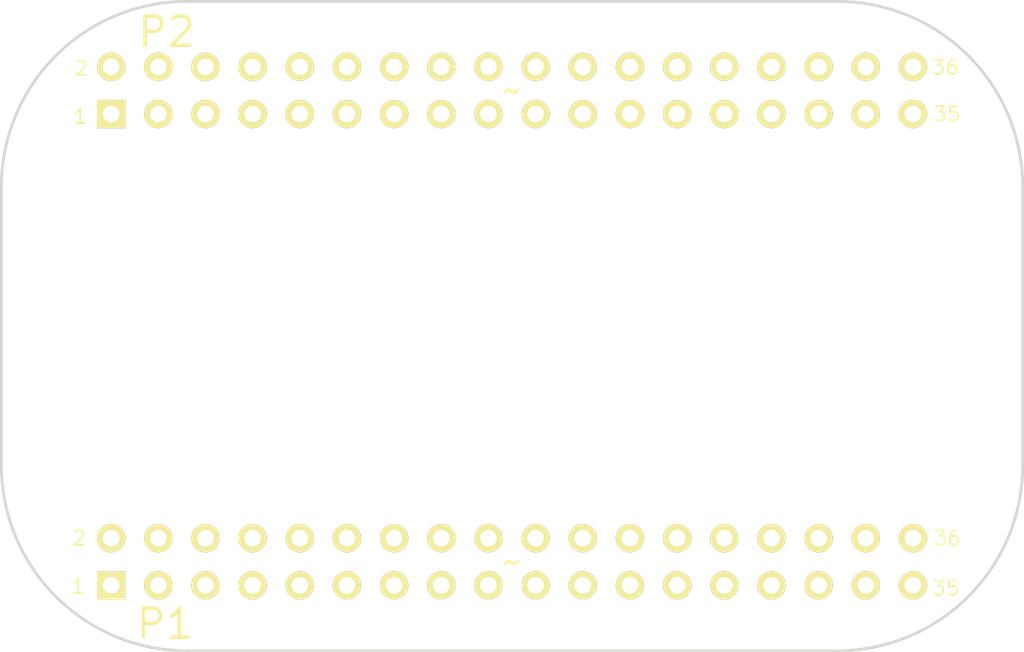
<source format=kicad_pcb>
(kicad_pcb (version 20170123) (host pcbnew "(2017-08-02 revision 9760937)-master")

  (general
    (thickness 1.6)
    (drawings 429)
    (tracks 0)
    (zones 0)
    (modules 2)
    (nets 67)
  )

  (page A4)
  (title_block
    (title "<Add project name here>")
    (date 2017-08-14)
  )

  (layers
    (0 Top signal)
    (1 VDD signal)
    (2 DigitalGND signal)
    (31 Bottom signal)
    (32 B.Adhes user hide)
    (33 F.Adhes user hide)
    (34 B.Paste user)
    (35 F.Paste user)
    (36 B.SilkS user)
    (37 F.SilkS user)
    (38 B.Mask user)
    (39 F.Mask user)
    (40 Dwgs.User user hide)
    (41 Cmts.User user hide)
    (42 Eco1.User user hide)
    (43 Eco2.User user hide)
    (44 Edge.Cuts user)
    (45 Margin user)
    (46 B.CrtYd user)
    (47 F.CrtYd user)
    (48 B.Fab user)
    (49 F.Fab user)
  )

  (setup
    (last_trace_width 0.25)
    (trace_clearance 0)
    (zone_clearance 0.1524)
    (zone_45_only no)
    (trace_min 0.1524)
    (segment_width 0.2)
    (edge_width 0.15)
    (via_size 0.8)
    (via_drill 0.4)
    (via_min_size 0.4)
    (via_min_drill 0.3)
    (uvia_size 0.3)
    (uvia_drill 0.1)
    (uvias_allowed no)
    (uvia_min_size 0.2)
    (uvia_min_drill 0.1)
    (pcb_text_width 0.3)
    (pcb_text_size 1.5 1.5)
    (mod_edge_width 0.15)
    (mod_text_size 1 1)
    (mod_text_width 0.15)
    (pad_size 1.27 1.27)
    (pad_drill 0)
    (pad_to_mask_clearance 0.0254)
    (aux_axis_origin 0 0)
    (visible_elements FFFFFF7F)
    (pcbplotparams
      (layerselection 0x0103c_ffffffff)
      (usegerberextensions false)
      (excludeedgelayer true)
      (linewidth 0.100000)
      (plotframeref false)
      (viasonmask false)
      (mode 1)
      (useauxorigin false)
      (hpglpennumber 1)
      (hpglpenspeed 20)
      (hpglpendiameter 15)
      (psnegative false)
      (psa4output false)
      (plotreference true)
      (plotvalue true)
      (plotinvisibletext false)
      (padsonsilk false)
      (subtractmaskfromsilk false)
      (outputformat 1)
      (mirror false)
      (drillshape 0)
      (scaleselection 1)
      (outputdirectory plots))
  )

  (net 0 "")
  (net 1 GND)
  (net 2 USB_DC)
  (net 3 VDD_5V)
  (net 4 VDD_3V3B)
  (net 5 SYS_5V)
  (net 6 VIN.BAT)
  (net 7 "/(U1.P12)PWM1A")
  (net 8 "/(U1.T16)")
  (net 9 "/(U1.P5)GPIO-0.23")
  (net 10 "/(U1.R15)")
  (net 11 "/(U1.P15)UART4.RX")
  (net 12 "/(U1.T15)")
  (net 13 "/(U1.R16)UART4.TX")
  (net 14 "/(U1.N14)")
  (net 15 "/(U1.B11)I2C1.SCL")
  (net 16 "/(U1.R13)")
  (net 17 "/(U1.A11)I2C1.SDA")
  (net 18 "/(U1.T11)PWR.BTN")
  (net 19 /BAT.TEMP)
  (net 20 "/(U1.T7)")
  (net 21 "/(U1.P7)PRU-0.15")
  (net 22 "/(U1.T5)")
  (net 23 "/(U1.R7)")
  (net 24 "/(U1.T6)PRU-0.14")
  (net 25 "/(U1.P6)")
  (net 26 "/(U1.C13)SPI1.MOSI")
  (net 27 "/(U1.R11)RESET#")
  (net 28 "/(U1.C12)SPI1.MISO")
  (net 29 "/(U1.C3)PRU-0.6")
  (net 30 "/(U1.C5)SPI1.CLK")
  (net 31 "/(U1.B1)PRU-0.3")
  (net 32 "/(U1.A4)SPI1.CS")
  (net 33 "/(U1.B2)PRU-0.2")
  (net 34 "/(U1.R6)")
  (net 35 "/(U1.B3)PRU-0.5")
  (net 36 "/(U1.F3)AIN5~3.3V")
  (net 37 "/(U1.N13)AIN7~1.8V")
  (net 38 "/(U1.A1)PWM0A")
  (net 39 "/(U1.F1)")
  (net 40 "/(U1.R5)GPIO-0.26")
  (net 41 "/(U1.A2)PRU-0.1")
  (net 42 "/(U1.A12)UART0.RX")
  (net 43 "/(U1.A3)PRU-0.4")
  (net 44 "/(U1.B12)UART0.TX")
  (net 45 "/(U1.C4)PRU-0.7")
  (net 46 "/(U1.A10)I2C2.SCL")
  (net 47 "/(U1.C7)AIN4~1.8V")
  (net 48 "/(U1.B10)I2C2.SDA")
  (net 49 "/(U1.C6)AIN3~1.8V")
  (net 50 "/(U1.B6)AIN2~1.8V")
  (net 51 "/(U1.B8)AIN1~1.8V")
  (net 52 "/(U1.B4)PRU-0.16")
  (net 53 "/(U1.A8)AIN0~1.8V")
  (net 54 "/(U1.B7)VREF+")
  (net 55 "/(U1.B9)VREF-")
  (net 56 "/(U1.L14)USB1.ID")
  (net 57 "/(U1.B14)SPI0.MOSI")
  (net 58 "/(U1.L15)USB1.D+")
  (net 59 "/(U1.B13)SPI0.MISO")
  (net 60 "/(U1.L16)USB1.D-")
  (net 61 "/(U1.A13)SPI0.CLK")
  (net 62 "/(U1.A14)SPI0.CS")
  (net 63 "/(U1.M15)USB1.VBUS")
  (net 64 "/(U1.E1)")
  (net 65 "/(U1.M14)USB1.DRVVBUS")
  (net 66 "/(U1.F2)AIN6~3.3V")

  (net_class Default "This is the default net class."
    (clearance 0)
    (trace_width 0.25)
    (via_dia 0.8)
    (via_drill 0.4)
    (uvia_dia 0.3)
    (uvia_drill 0.1)
    (add_net "/(U1.A1)PWM0A")
    (add_net "/(U1.A10)I2C2.SCL")
    (add_net "/(U1.A11)I2C1.SDA")
    (add_net "/(U1.A12)UART0.RX")
    (add_net "/(U1.A13)SPI0.CLK")
    (add_net "/(U1.A14)SPI0.CS")
    (add_net "/(U1.A2)PRU-0.1")
    (add_net "/(U1.A3)PRU-0.4")
    (add_net "/(U1.A4)SPI1.CS")
    (add_net "/(U1.A8)AIN0~1.8V")
    (add_net "/(U1.B1)PRU-0.3")
    (add_net "/(U1.B10)I2C2.SDA")
    (add_net "/(U1.B11)I2C1.SCL")
    (add_net "/(U1.B12)UART0.TX")
    (add_net "/(U1.B13)SPI0.MISO")
    (add_net "/(U1.B14)SPI0.MOSI")
    (add_net "/(U1.B2)PRU-0.2")
    (add_net "/(U1.B3)PRU-0.5")
    (add_net "/(U1.B4)PRU-0.16")
    (add_net "/(U1.B6)AIN2~1.8V")
    (add_net "/(U1.B7)VREF+")
    (add_net "/(U1.B8)AIN1~1.8V")
    (add_net "/(U1.B9)VREF-")
    (add_net "/(U1.C12)SPI1.MISO")
    (add_net "/(U1.C13)SPI1.MOSI")
    (add_net "/(U1.C3)PRU-0.6")
    (add_net "/(U1.C4)PRU-0.7")
    (add_net "/(U1.C5)SPI1.CLK")
    (add_net "/(U1.C6)AIN3~1.8V")
    (add_net "/(U1.C7)AIN4~1.8V")
    (add_net "/(U1.E1)")
    (add_net "/(U1.F1)")
    (add_net "/(U1.F2)AIN6~3.3V")
    (add_net "/(U1.F3)AIN5~3.3V")
    (add_net "/(U1.L14)USB1.ID")
    (add_net "/(U1.L15)USB1.D+")
    (add_net "/(U1.L16)USB1.D-")
    (add_net "/(U1.M14)USB1.DRVVBUS")
    (add_net "/(U1.M15)USB1.VBUS")
    (add_net "/(U1.N13)AIN7~1.8V")
    (add_net "/(U1.N14)")
    (add_net "/(U1.P12)PWM1A")
    (add_net "/(U1.P15)UART4.RX")
    (add_net "/(U1.P5)GPIO-0.23")
    (add_net "/(U1.P6)")
    (add_net "/(U1.P7)PRU-0.15")
    (add_net "/(U1.R11)RESET#")
    (add_net "/(U1.R13)")
    (add_net "/(U1.R15)")
    (add_net "/(U1.R16)UART4.TX")
    (add_net "/(U1.R5)GPIO-0.26")
    (add_net "/(U1.R6)")
    (add_net "/(U1.R7)")
    (add_net "/(U1.T11)PWR.BTN")
    (add_net "/(U1.T15)")
    (add_net "/(U1.T16)")
    (add_net "/(U1.T5)")
    (add_net "/(U1.T6)PRU-0.14")
    (add_net "/(U1.T7)")
    (add_net /BAT.TEMP)
    (add_net GND)
    (add_net SYS_5V)
    (add_net USB_DC)
    (add_net VDD_3V3B)
    (add_net VDD_5V)
    (add_net VIN.BAT)
  )

  (module "PocketBeagle.pretty:TH-2X18-(35MIL-DIA)-W_O-SILK" (layer Top) (tedit 59924F19) (tstamp 5997CFA6)
    (at 148.5011 117.7036)
    (path /59921D67)
    (attr virtual)
    (fp_text reference P1 (at -18.68678 3.34518) (layer F.SilkS)
      (effects (font (size 1.56845 1.56845) (thickness 0.19812)))
    )
    (fp_text value ~ (at 0 0) (layer F.SilkS)
      (effects (font (thickness 0.15)))
    )
    (fp_line (start 21.336 1.524) (end 21.336 1.016) (layer Dwgs.User) (width 0.06604))
    (fp_line (start 21.336 1.016) (end 21.844 1.016) (layer Dwgs.User) (width 0.06604))
    (fp_line (start 21.844 1.524) (end 21.844 1.016) (layer Dwgs.User) (width 0.06604))
    (fp_line (start 21.336 1.524) (end 21.844 1.524) (layer Dwgs.User) (width 0.06604))
    (fp_line (start 21.336 -1.016) (end 21.336 -1.524) (layer Dwgs.User) (width 0.06604))
    (fp_line (start 21.336 -1.524) (end 21.844 -1.524) (layer Dwgs.User) (width 0.06604))
    (fp_line (start 21.844 -1.016) (end 21.844 -1.524) (layer Dwgs.User) (width 0.06604))
    (fp_line (start 21.336 -1.016) (end 21.844 -1.016) (layer Dwgs.User) (width 0.06604))
    (fp_line (start 18.796 1.524) (end 18.796 1.016) (layer Dwgs.User) (width 0.06604))
    (fp_line (start 18.796 1.016) (end 19.304 1.016) (layer Dwgs.User) (width 0.06604))
    (fp_line (start 19.304 1.524) (end 19.304 1.016) (layer Dwgs.User) (width 0.06604))
    (fp_line (start 18.796 1.524) (end 19.304 1.524) (layer Dwgs.User) (width 0.06604))
    (fp_line (start 18.796 -1.016) (end 18.796 -1.524) (layer Dwgs.User) (width 0.06604))
    (fp_line (start 18.796 -1.524) (end 19.304 -1.524) (layer Dwgs.User) (width 0.06604))
    (fp_line (start 19.304 -1.016) (end 19.304 -1.524) (layer Dwgs.User) (width 0.06604))
    (fp_line (start 18.796 -1.016) (end 19.304 -1.016) (layer Dwgs.User) (width 0.06604))
    (fp_line (start 16.256 1.524) (end 16.256 1.016) (layer Dwgs.User) (width 0.06604))
    (fp_line (start 16.256 1.016) (end 16.764 1.016) (layer Dwgs.User) (width 0.06604))
    (fp_line (start 16.764 1.524) (end 16.764 1.016) (layer Dwgs.User) (width 0.06604))
    (fp_line (start 16.256 1.524) (end 16.764 1.524) (layer Dwgs.User) (width 0.06604))
    (fp_line (start 16.256 -1.016) (end 16.256 -1.524) (layer Dwgs.User) (width 0.06604))
    (fp_line (start 16.256 -1.524) (end 16.764 -1.524) (layer Dwgs.User) (width 0.06604))
    (fp_line (start 16.764 -1.016) (end 16.764 -1.524) (layer Dwgs.User) (width 0.06604))
    (fp_line (start 16.256 -1.016) (end 16.764 -1.016) (layer Dwgs.User) (width 0.06604))
    (fp_line (start 13.716 1.524) (end 13.716 1.016) (layer Dwgs.User) (width 0.06604))
    (fp_line (start 13.716 1.016) (end 14.224 1.016) (layer Dwgs.User) (width 0.06604))
    (fp_line (start 14.224 1.524) (end 14.224 1.016) (layer Dwgs.User) (width 0.06604))
    (fp_line (start 13.716 1.524) (end 14.224 1.524) (layer Dwgs.User) (width 0.06604))
    (fp_line (start 13.716 -1.016) (end 13.716 -1.524) (layer Dwgs.User) (width 0.06604))
    (fp_line (start 13.716 -1.524) (end 14.224 -1.524) (layer Dwgs.User) (width 0.06604))
    (fp_line (start 14.224 -1.016) (end 14.224 -1.524) (layer Dwgs.User) (width 0.06604))
    (fp_line (start 13.716 -1.016) (end 14.224 -1.016) (layer Dwgs.User) (width 0.06604))
    (fp_line (start 11.176 1.524) (end 11.176 1.016) (layer Dwgs.User) (width 0.06604))
    (fp_line (start 11.176 1.016) (end 11.684 1.016) (layer Dwgs.User) (width 0.06604))
    (fp_line (start 11.684 1.524) (end 11.684 1.016) (layer Dwgs.User) (width 0.06604))
    (fp_line (start 11.176 1.524) (end 11.684 1.524) (layer Dwgs.User) (width 0.06604))
    (fp_line (start 11.176 -1.016) (end 11.176 -1.524) (layer Dwgs.User) (width 0.06604))
    (fp_line (start 11.176 -1.524) (end 11.684 -1.524) (layer Dwgs.User) (width 0.06604))
    (fp_line (start 11.684 -1.016) (end 11.684 -1.524) (layer Dwgs.User) (width 0.06604))
    (fp_line (start 11.176 -1.016) (end 11.684 -1.016) (layer Dwgs.User) (width 0.06604))
    (fp_line (start 8.636 1.524) (end 8.636 1.016) (layer Dwgs.User) (width 0.06604))
    (fp_line (start 8.636 1.016) (end 9.144 1.016) (layer Dwgs.User) (width 0.06604))
    (fp_line (start 9.144 1.524) (end 9.144 1.016) (layer Dwgs.User) (width 0.06604))
    (fp_line (start 8.636 1.524) (end 9.144 1.524) (layer Dwgs.User) (width 0.06604))
    (fp_line (start 8.636 -1.016) (end 8.636 -1.524) (layer Dwgs.User) (width 0.06604))
    (fp_line (start 8.636 -1.524) (end 9.144 -1.524) (layer Dwgs.User) (width 0.06604))
    (fp_line (start 9.144 -1.016) (end 9.144 -1.524) (layer Dwgs.User) (width 0.06604))
    (fp_line (start 8.636 -1.016) (end 9.144 -1.016) (layer Dwgs.User) (width 0.06604))
    (fp_line (start 6.096 1.524) (end 6.096 1.016) (layer Dwgs.User) (width 0.06604))
    (fp_line (start 6.096 1.016) (end 6.604 1.016) (layer Dwgs.User) (width 0.06604))
    (fp_line (start 6.604 1.524) (end 6.604 1.016) (layer Dwgs.User) (width 0.06604))
    (fp_line (start 6.096 1.524) (end 6.604 1.524) (layer Dwgs.User) (width 0.06604))
    (fp_line (start 6.096 -1.016) (end 6.096 -1.524) (layer Dwgs.User) (width 0.06604))
    (fp_line (start 6.096 -1.524) (end 6.604 -1.524) (layer Dwgs.User) (width 0.06604))
    (fp_line (start 6.604 -1.016) (end 6.604 -1.524) (layer Dwgs.User) (width 0.06604))
    (fp_line (start 6.096 -1.016) (end 6.604 -1.016) (layer Dwgs.User) (width 0.06604))
    (fp_line (start 3.556 1.524) (end 3.556 1.016) (layer Dwgs.User) (width 0.06604))
    (fp_line (start 3.556 1.016) (end 4.064 1.016) (layer Dwgs.User) (width 0.06604))
    (fp_line (start 4.064 1.524) (end 4.064 1.016) (layer Dwgs.User) (width 0.06604))
    (fp_line (start 3.556 1.524) (end 4.064 1.524) (layer Dwgs.User) (width 0.06604))
    (fp_line (start 3.556 -1.016) (end 3.556 -1.524) (layer Dwgs.User) (width 0.06604))
    (fp_line (start 3.556 -1.524) (end 4.064 -1.524) (layer Dwgs.User) (width 0.06604))
    (fp_line (start 4.064 -1.016) (end 4.064 -1.524) (layer Dwgs.User) (width 0.06604))
    (fp_line (start 3.556 -1.016) (end 4.064 -1.016) (layer Dwgs.User) (width 0.06604))
    (fp_line (start 1.016 1.524) (end 1.016 1.016) (layer Dwgs.User) (width 0.06604))
    (fp_line (start 1.016 1.016) (end 1.524 1.016) (layer Dwgs.User) (width 0.06604))
    (fp_line (start 1.524 1.524) (end 1.524 1.016) (layer Dwgs.User) (width 0.06604))
    (fp_line (start 1.016 1.524) (end 1.524 1.524) (layer Dwgs.User) (width 0.06604))
    (fp_line (start 1.016 -1.016) (end 1.016 -1.524) (layer Dwgs.User) (width 0.06604))
    (fp_line (start 1.016 -1.524) (end 1.524 -1.524) (layer Dwgs.User) (width 0.06604))
    (fp_line (start 1.524 -1.016) (end 1.524 -1.524) (layer Dwgs.User) (width 0.06604))
    (fp_line (start 1.016 -1.016) (end 1.524 -1.016) (layer Dwgs.User) (width 0.06604))
    (fp_line (start -1.524 1.524) (end -1.524 1.016) (layer Dwgs.User) (width 0.06604))
    (fp_line (start -1.524 1.016) (end -1.016 1.016) (layer Dwgs.User) (width 0.06604))
    (fp_line (start -1.016 1.524) (end -1.016 1.016) (layer Dwgs.User) (width 0.06604))
    (fp_line (start -1.524 1.524) (end -1.016 1.524) (layer Dwgs.User) (width 0.06604))
    (fp_line (start -1.524 -1.016) (end -1.524 -1.524) (layer Dwgs.User) (width 0.06604))
    (fp_line (start -1.524 -1.524) (end -1.016 -1.524) (layer Dwgs.User) (width 0.06604))
    (fp_line (start -1.016 -1.016) (end -1.016 -1.524) (layer Dwgs.User) (width 0.06604))
    (fp_line (start -1.524 -1.016) (end -1.016 -1.016) (layer Dwgs.User) (width 0.06604))
    (fp_line (start -4.064 1.524) (end -4.064 1.016) (layer Dwgs.User) (width 0.06604))
    (fp_line (start -4.064 1.016) (end -3.556 1.016) (layer Dwgs.User) (width 0.06604))
    (fp_line (start -3.556 1.524) (end -3.556 1.016) (layer Dwgs.User) (width 0.06604))
    (fp_line (start -4.064 1.524) (end -3.556 1.524) (layer Dwgs.User) (width 0.06604))
    (fp_line (start -4.064 -1.016) (end -4.064 -1.524) (layer Dwgs.User) (width 0.06604))
    (fp_line (start -4.064 -1.524) (end -3.556 -1.524) (layer Dwgs.User) (width 0.06604))
    (fp_line (start -3.556 -1.016) (end -3.556 -1.524) (layer Dwgs.User) (width 0.06604))
    (fp_line (start -4.064 -1.016) (end -3.556 -1.016) (layer Dwgs.User) (width 0.06604))
    (fp_line (start -6.604 1.524) (end -6.604 1.016) (layer Dwgs.User) (width 0.06604))
    (fp_line (start -6.604 1.016) (end -6.096 1.016) (layer Dwgs.User) (width 0.06604))
    (fp_line (start -6.096 1.524) (end -6.096 1.016) (layer Dwgs.User) (width 0.06604))
    (fp_line (start -6.604 1.524) (end -6.096 1.524) (layer Dwgs.User) (width 0.06604))
    (fp_line (start -6.604 -1.016) (end -6.604 -1.524) (layer Dwgs.User) (width 0.06604))
    (fp_line (start -6.604 -1.524) (end -6.096 -1.524) (layer Dwgs.User) (width 0.06604))
    (fp_line (start -6.096 -1.016) (end -6.096 -1.524) (layer Dwgs.User) (width 0.06604))
    (fp_line (start -6.604 -1.016) (end -6.096 -1.016) (layer Dwgs.User) (width 0.06604))
    (fp_line (start -9.144 1.524) (end -9.144 1.016) (layer Dwgs.User) (width 0.06604))
    (fp_line (start -9.144 1.016) (end -8.636 1.016) (layer Dwgs.User) (width 0.06604))
    (fp_line (start -8.636 1.524) (end -8.636 1.016) (layer Dwgs.User) (width 0.06604))
    (fp_line (start -9.144 1.524) (end -8.636 1.524) (layer Dwgs.User) (width 0.06604))
    (fp_line (start -11.684 1.524) (end -11.684 1.016) (layer Dwgs.User) (width 0.06604))
    (fp_line (start -11.684 1.016) (end -11.176 1.016) (layer Dwgs.User) (width 0.06604))
    (fp_line (start -11.176 1.524) (end -11.176 1.016) (layer Dwgs.User) (width 0.06604))
    (fp_line (start -11.684 1.524) (end -11.176 1.524) (layer Dwgs.User) (width 0.06604))
    (fp_line (start -14.224 1.524) (end -14.224 1.016) (layer Dwgs.User) (width 0.06604))
    (fp_line (start -14.224 1.016) (end -13.716 1.016) (layer Dwgs.User) (width 0.06604))
    (fp_line (start -13.716 1.524) (end -13.716 1.016) (layer Dwgs.User) (width 0.06604))
    (fp_line (start -14.224 1.524) (end -13.716 1.524) (layer Dwgs.User) (width 0.06604))
    (fp_line (start -9.144 -1.016) (end -9.144 -1.524) (layer Dwgs.User) (width 0.06604))
    (fp_line (start -9.144 -1.524) (end -8.636 -1.524) (layer Dwgs.User) (width 0.06604))
    (fp_line (start -8.636 -1.016) (end -8.636 -1.524) (layer Dwgs.User) (width 0.06604))
    (fp_line (start -9.144 -1.016) (end -8.636 -1.016) (layer Dwgs.User) (width 0.06604))
    (fp_line (start -11.684 -1.016) (end -11.684 -1.524) (layer Dwgs.User) (width 0.06604))
    (fp_line (start -11.684 -1.524) (end -11.176 -1.524) (layer Dwgs.User) (width 0.06604))
    (fp_line (start -11.176 -1.016) (end -11.176 -1.524) (layer Dwgs.User) (width 0.06604))
    (fp_line (start -11.684 -1.016) (end -11.176 -1.016) (layer Dwgs.User) (width 0.06604))
    (fp_line (start -14.224 -1.016) (end -14.224 -1.524) (layer Dwgs.User) (width 0.06604))
    (fp_line (start -14.224 -1.524) (end -13.716 -1.524) (layer Dwgs.User) (width 0.06604))
    (fp_line (start -13.716 -1.016) (end -13.716 -1.524) (layer Dwgs.User) (width 0.06604))
    (fp_line (start -14.224 -1.016) (end -13.716 -1.016) (layer Dwgs.User) (width 0.06604))
    (fp_line (start -16.764 1.524) (end -16.764 1.016) (layer Dwgs.User) (width 0.06604))
    (fp_line (start -16.764 1.016) (end -16.256 1.016) (layer Dwgs.User) (width 0.06604))
    (fp_line (start -16.256 1.524) (end -16.256 1.016) (layer Dwgs.User) (width 0.06604))
    (fp_line (start -16.764 1.524) (end -16.256 1.524) (layer Dwgs.User) (width 0.06604))
    (fp_line (start -16.764 -1.016) (end -16.764 -1.524) (layer Dwgs.User) (width 0.06604))
    (fp_line (start -16.764 -1.524) (end -16.256 -1.524) (layer Dwgs.User) (width 0.06604))
    (fp_line (start -16.256 -1.016) (end -16.256 -1.524) (layer Dwgs.User) (width 0.06604))
    (fp_line (start -16.764 -1.016) (end -16.256 -1.016) (layer Dwgs.User) (width 0.06604))
    (fp_line (start -19.304 1.524) (end -19.304 1.016) (layer Dwgs.User) (width 0.06604))
    (fp_line (start -19.304 1.016) (end -18.796 1.016) (layer Dwgs.User) (width 0.06604))
    (fp_line (start -18.796 1.524) (end -18.796 1.016) (layer Dwgs.User) (width 0.06604))
    (fp_line (start -19.304 1.524) (end -18.796 1.524) (layer Dwgs.User) (width 0.06604))
    (fp_line (start -19.304 -1.016) (end -19.304 -1.524) (layer Dwgs.User) (width 0.06604))
    (fp_line (start -19.304 -1.524) (end -18.796 -1.524) (layer Dwgs.User) (width 0.06604))
    (fp_line (start -18.796 -1.016) (end -18.796 -1.524) (layer Dwgs.User) (width 0.06604))
    (fp_line (start -19.304 -1.016) (end -18.796 -1.016) (layer Dwgs.User) (width 0.06604))
    (fp_line (start -21.844 -1.016) (end -21.844 -1.524) (layer Dwgs.User) (width 0.06604))
    (fp_line (start -21.844 -1.524) (end -21.336 -1.524) (layer Dwgs.User) (width 0.06604))
    (fp_line (start -21.336 -1.016) (end -21.336 -1.524) (layer Dwgs.User) (width 0.06604))
    (fp_line (start -21.844 -1.016) (end -21.336 -1.016) (layer Dwgs.User) (width 0.06604))
    (fp_line (start -21.844 1.524) (end -21.844 1.016) (layer Dwgs.User) (width 0.06604))
    (fp_line (start -21.844 1.016) (end -21.336 1.016) (layer Dwgs.User) (width 0.06604))
    (fp_line (start -21.336 1.524) (end -21.336 1.016) (layer Dwgs.User) (width 0.06604))
    (fp_line (start -21.844 1.524) (end -21.336 1.524) (layer Dwgs.User) (width 0.06604))
    (pad 36 thru_hole circle (at 21.59 -1.27) (size 1.524 1.524) (drill 0.889) (layers *.Cu *.Mask F.SilkS)
      (net 38 "/(U1.A1)PWM0A"))
    (pad 35 thru_hole circle (at 21.59 1.27) (size 1.524 1.524) (drill 0.889) (layers *.Cu *.Mask F.SilkS)
      (net 39 "/(U1.F1)"))
    (pad 34 thru_hole circle (at 19.05 -1.27) (size 1.524 1.524) (drill 0.889) (layers *.Cu *.Mask F.SilkS)
      (net 40 "/(U1.R5)GPIO-0.26"))
    (pad 33 thru_hole circle (at 19.05 1.27) (size 1.524 1.524) (drill 0.889) (layers *.Cu *.Mask F.SilkS)
      (net 41 "/(U1.A2)PRU-0.1"))
    (pad 32 thru_hole circle (at 16.51 -1.27) (size 1.524 1.524) (drill 0.889) (layers *.Cu *.Mask F.SilkS)
      (net 42 "/(U1.A12)UART0.RX"))
    (pad 31 thru_hole circle (at 16.51 1.27) (size 1.524 1.524) (drill 0.889) (layers *.Cu *.Mask F.SilkS)
      (net 43 "/(U1.A3)PRU-0.4"))
    (pad 30 thru_hole circle (at 13.97 -1.27) (size 1.524 1.524) (drill 0.889) (layers *.Cu *.Mask F.SilkS)
      (net 44 "/(U1.B12)UART0.TX"))
    (pad 29 thru_hole circle (at 13.97 1.27) (size 1.524 1.524) (drill 0.889) (layers *.Cu *.Mask F.SilkS)
      (net 45 "/(U1.C4)PRU-0.7"))
    (pad 28 thru_hole circle (at 11.43 -1.27) (size 1.524 1.524) (drill 0.889) (layers *.Cu *.Mask F.SilkS)
      (net 46 "/(U1.A10)I2C2.SCL"))
    (pad 27 thru_hole circle (at 11.43 1.27) (size 1.524 1.524) (drill 0.889) (layers *.Cu *.Mask F.SilkS)
      (net 47 "/(U1.C7)AIN4~1.8V"))
    (pad 26 thru_hole circle (at 8.89 -1.27) (size 1.524 1.524) (drill 0.889) (layers *.Cu *.Mask F.SilkS)
      (net 48 "/(U1.B10)I2C2.SDA"))
    (pad 25 thru_hole circle (at 8.89 1.27) (size 1.524 1.524) (drill 0.889) (layers *.Cu *.Mask F.SilkS)
      (net 49 "/(U1.C6)AIN3~1.8V"))
    (pad 24 thru_hole circle (at 6.35 -1.27) (size 1.524 1.524) (drill 0.889) (layers *.Cu *.Mask F.SilkS)
      (net 5 SYS_5V))
    (pad 23 thru_hole circle (at 6.35 1.27) (size 1.524 1.524) (drill 0.889) (layers *.Cu *.Mask F.SilkS)
      (net 50 "/(U1.B6)AIN2~1.8V"))
    (pad 22 thru_hole circle (at 3.81 -1.27) (size 1.524 1.524) (drill 0.889) (layers *.Cu *.Mask F.SilkS)
      (net 1 GND))
    (pad 21 thru_hole circle (at 3.81 1.27) (size 1.524 1.524) (drill 0.889) (layers *.Cu *.Mask F.SilkS)
      (net 51 "/(U1.B8)AIN1~1.8V"))
    (pad 20 thru_hole circle (at 1.27 -1.27) (size 1.524 1.524) (drill 0.889) (layers *.Cu *.Mask F.SilkS)
      (net 52 "/(U1.B4)PRU-0.16"))
    (pad 19 thru_hole circle (at 1.27 1.27) (size 1.524 1.524) (drill 0.889) (layers *.Cu *.Mask F.SilkS)
      (net 53 "/(U1.A8)AIN0~1.8V"))
    (pad 18 thru_hole circle (at -1.27 -1.27) (size 1.524 1.524) (drill 0.889) (layers *.Cu *.Mask F.SilkS)
      (net 54 "/(U1.B7)VREF+"))
    (pad 17 thru_hole circle (at -1.27 1.27) (size 1.524 1.524) (drill 0.889) (layers *.Cu *.Mask F.SilkS)
      (net 55 "/(U1.B9)VREF-"))
    (pad 16 thru_hole circle (at -3.81 -1.27) (size 1.524 1.524) (drill 0.889) (layers *.Cu *.Mask F.SilkS)
      (net 1 GND))
    (pad 15 thru_hole circle (at -3.81 1.27) (size 1.524 1.524) (drill 0.889) (layers *.Cu *.Mask F.SilkS)
      (net 1 GND))
    (pad 14 thru_hole circle (at -6.35 -1.27) (size 1.524 1.524) (drill 0.889) (layers *.Cu *.Mask F.SilkS)
      (net 4 VDD_3V3B))
    (pad 13 thru_hole circle (at -6.35 1.27) (size 1.524 1.524) (drill 0.889) (layers *.Cu *.Mask F.SilkS)
      (net 56 "/(U1.L14)USB1.ID"))
    (pad 12 thru_hole circle (at -8.89 -1.27) (size 1.524 1.524) (drill 0.889) (layers *.Cu *.Mask F.SilkS)
      (net 57 "/(U1.B14)SPI0.MOSI"))
    (pad 11 thru_hole circle (at -8.89 1.27) (size 1.524 1.524) (drill 0.889) (layers *.Cu *.Mask F.SilkS)
      (net 58 "/(U1.L15)USB1.D+"))
    (pad 10 thru_hole circle (at -11.43 -1.27) (size 1.524 1.524) (drill 0.889) (layers *.Cu *.Mask F.SilkS)
      (net 59 "/(U1.B13)SPI0.MISO"))
    (pad 9 thru_hole circle (at -11.43 1.27) (size 1.524 1.524) (drill 0.889) (layers *.Cu *.Mask F.SilkS)
      (net 60 "/(U1.L16)USB1.D-"))
    (pad 8 thru_hole circle (at -13.97 -1.27) (size 1.524 1.524) (drill 0.889) (layers *.Cu *.Mask F.SilkS)
      (net 61 "/(U1.A13)SPI0.CLK"))
    (pad 7 thru_hole circle (at -13.97 1.27) (size 1.524 1.524) (drill 0.889) (layers *.Cu *.Mask F.SilkS)
      (net 2 USB_DC))
    (pad 6 thru_hole circle (at -16.51 -1.27) (size 1.524 1.524) (drill 0.889) (layers *.Cu *.Mask F.SilkS)
      (net 62 "/(U1.A14)SPI0.CS"))
    (pad 5 thru_hole circle (at -16.51 1.27) (size 1.524 1.524) (drill 0.889) (layers *.Cu *.Mask F.SilkS)
      (net 63 "/(U1.M15)USB1.VBUS"))
    (pad 4 thru_hole circle (at -19.05 -1.27) (size 1.524 1.524) (drill 0.889) (layers *.Cu *.Mask F.SilkS)
      (net 64 "/(U1.E1)"))
    (pad 3 thru_hole circle (at -19.05 1.27) (size 1.524 1.524) (drill 0.889) (layers *.Cu *.Mask F.SilkS)
      (net 65 "/(U1.M14)USB1.DRVVBUS"))
    (pad 2 thru_hole circle (at -21.59 -1.27) (size 1.524 1.524) (drill 0.889) (layers *.Cu *.Mask F.SilkS)
      (net 66 "/(U1.F2)AIN6~3.3V"))
    (pad 1 thru_hole rect (at -21.59 1.27) (size 1.524 1.524) (drill 0.889) (layers *.Cu *.Mask F.SilkS)
      (net 3 VDD_5V))
  )

  (module "PocketBeagle.pretty:TH-2X18-(35MIL-DIA)-W_O-SILK" (layer Top) (tedit 59924F19) (tstamp 5997CEEF)
    (at 148.5011 92.3036)
    (path /59921E2F)
    (attr virtual)
    (fp_text reference P2 (at -18.6055 -3.15468 180) (layer F.SilkS)
      (effects (font (size 1.56845 1.56845) (thickness 0.19812)))
    )
    (fp_text value ~ (at 0 0) (layer F.SilkS)
      (effects (font (thickness 0.15)))
    )
    (fp_line (start 21.336 1.524) (end 21.336 1.016) (layer Dwgs.User) (width 0.06604))
    (fp_line (start 21.336 1.016) (end 21.844 1.016) (layer Dwgs.User) (width 0.06604))
    (fp_line (start 21.844 1.524) (end 21.844 1.016) (layer Dwgs.User) (width 0.06604))
    (fp_line (start 21.336 1.524) (end 21.844 1.524) (layer Dwgs.User) (width 0.06604))
    (fp_line (start 21.336 -1.016) (end 21.336 -1.524) (layer Dwgs.User) (width 0.06604))
    (fp_line (start 21.336 -1.524) (end 21.844 -1.524) (layer Dwgs.User) (width 0.06604))
    (fp_line (start 21.844 -1.016) (end 21.844 -1.524) (layer Dwgs.User) (width 0.06604))
    (fp_line (start 21.336 -1.016) (end 21.844 -1.016) (layer Dwgs.User) (width 0.06604))
    (fp_line (start 18.796 1.524) (end 18.796 1.016) (layer Dwgs.User) (width 0.06604))
    (fp_line (start 18.796 1.016) (end 19.304 1.016) (layer Dwgs.User) (width 0.06604))
    (fp_line (start 19.304 1.524) (end 19.304 1.016) (layer Dwgs.User) (width 0.06604))
    (fp_line (start 18.796 1.524) (end 19.304 1.524) (layer Dwgs.User) (width 0.06604))
    (fp_line (start 18.796 -1.016) (end 18.796 -1.524) (layer Dwgs.User) (width 0.06604))
    (fp_line (start 18.796 -1.524) (end 19.304 -1.524) (layer Dwgs.User) (width 0.06604))
    (fp_line (start 19.304 -1.016) (end 19.304 -1.524) (layer Dwgs.User) (width 0.06604))
    (fp_line (start 18.796 -1.016) (end 19.304 -1.016) (layer Dwgs.User) (width 0.06604))
    (fp_line (start 16.256 1.524) (end 16.256 1.016) (layer Dwgs.User) (width 0.06604))
    (fp_line (start 16.256 1.016) (end 16.764 1.016) (layer Dwgs.User) (width 0.06604))
    (fp_line (start 16.764 1.524) (end 16.764 1.016) (layer Dwgs.User) (width 0.06604))
    (fp_line (start 16.256 1.524) (end 16.764 1.524) (layer Dwgs.User) (width 0.06604))
    (fp_line (start 16.256 -1.016) (end 16.256 -1.524) (layer Dwgs.User) (width 0.06604))
    (fp_line (start 16.256 -1.524) (end 16.764 -1.524) (layer Dwgs.User) (width 0.06604))
    (fp_line (start 16.764 -1.016) (end 16.764 -1.524) (layer Dwgs.User) (width 0.06604))
    (fp_line (start 16.256 -1.016) (end 16.764 -1.016) (layer Dwgs.User) (width 0.06604))
    (fp_line (start 13.716 1.524) (end 13.716 1.016) (layer Dwgs.User) (width 0.06604))
    (fp_line (start 13.716 1.016) (end 14.224 1.016) (layer Dwgs.User) (width 0.06604))
    (fp_line (start 14.224 1.524) (end 14.224 1.016) (layer Dwgs.User) (width 0.06604))
    (fp_line (start 13.716 1.524) (end 14.224 1.524) (layer Dwgs.User) (width 0.06604))
    (fp_line (start 13.716 -1.016) (end 13.716 -1.524) (layer Dwgs.User) (width 0.06604))
    (fp_line (start 13.716 -1.524) (end 14.224 -1.524) (layer Dwgs.User) (width 0.06604))
    (fp_line (start 14.224 -1.016) (end 14.224 -1.524) (layer Dwgs.User) (width 0.06604))
    (fp_line (start 13.716 -1.016) (end 14.224 -1.016) (layer Dwgs.User) (width 0.06604))
    (fp_line (start 11.176 1.524) (end 11.176 1.016) (layer Dwgs.User) (width 0.06604))
    (fp_line (start 11.176 1.016) (end 11.684 1.016) (layer Dwgs.User) (width 0.06604))
    (fp_line (start 11.684 1.524) (end 11.684 1.016) (layer Dwgs.User) (width 0.06604))
    (fp_line (start 11.176 1.524) (end 11.684 1.524) (layer Dwgs.User) (width 0.06604))
    (fp_line (start 11.176 -1.016) (end 11.176 -1.524) (layer Dwgs.User) (width 0.06604))
    (fp_line (start 11.176 -1.524) (end 11.684 -1.524) (layer Dwgs.User) (width 0.06604))
    (fp_line (start 11.684 -1.016) (end 11.684 -1.524) (layer Dwgs.User) (width 0.06604))
    (fp_line (start 11.176 -1.016) (end 11.684 -1.016) (layer Dwgs.User) (width 0.06604))
    (fp_line (start 8.636 1.524) (end 8.636 1.016) (layer Dwgs.User) (width 0.06604))
    (fp_line (start 8.636 1.016) (end 9.144 1.016) (layer Dwgs.User) (width 0.06604))
    (fp_line (start 9.144 1.524) (end 9.144 1.016) (layer Dwgs.User) (width 0.06604))
    (fp_line (start 8.636 1.524) (end 9.144 1.524) (layer Dwgs.User) (width 0.06604))
    (fp_line (start 8.636 -1.016) (end 8.636 -1.524) (layer Dwgs.User) (width 0.06604))
    (fp_line (start 8.636 -1.524) (end 9.144 -1.524) (layer Dwgs.User) (width 0.06604))
    (fp_line (start 9.144 -1.016) (end 9.144 -1.524) (layer Dwgs.User) (width 0.06604))
    (fp_line (start 8.636 -1.016) (end 9.144 -1.016) (layer Dwgs.User) (width 0.06604))
    (fp_line (start 6.096 1.524) (end 6.096 1.016) (layer Dwgs.User) (width 0.06604))
    (fp_line (start 6.096 1.016) (end 6.604 1.016) (layer Dwgs.User) (width 0.06604))
    (fp_line (start 6.604 1.524) (end 6.604 1.016) (layer Dwgs.User) (width 0.06604))
    (fp_line (start 6.096 1.524) (end 6.604 1.524) (layer Dwgs.User) (width 0.06604))
    (fp_line (start 6.096 -1.016) (end 6.096 -1.524) (layer Dwgs.User) (width 0.06604))
    (fp_line (start 6.096 -1.524) (end 6.604 -1.524) (layer Dwgs.User) (width 0.06604))
    (fp_line (start 6.604 -1.016) (end 6.604 -1.524) (layer Dwgs.User) (width 0.06604))
    (fp_line (start 6.096 -1.016) (end 6.604 -1.016) (layer Dwgs.User) (width 0.06604))
    (fp_line (start 3.556 1.524) (end 3.556 1.016) (layer Dwgs.User) (width 0.06604))
    (fp_line (start 3.556 1.016) (end 4.064 1.016) (layer Dwgs.User) (width 0.06604))
    (fp_line (start 4.064 1.524) (end 4.064 1.016) (layer Dwgs.User) (width 0.06604))
    (fp_line (start 3.556 1.524) (end 4.064 1.524) (layer Dwgs.User) (width 0.06604))
    (fp_line (start 3.556 -1.016) (end 3.556 -1.524) (layer Dwgs.User) (width 0.06604))
    (fp_line (start 3.556 -1.524) (end 4.064 -1.524) (layer Dwgs.User) (width 0.06604))
    (fp_line (start 4.064 -1.016) (end 4.064 -1.524) (layer Dwgs.User) (width 0.06604))
    (fp_line (start 3.556 -1.016) (end 4.064 -1.016) (layer Dwgs.User) (width 0.06604))
    (fp_line (start 1.016 1.524) (end 1.016 1.016) (layer Dwgs.User) (width 0.06604))
    (fp_line (start 1.016 1.016) (end 1.524 1.016) (layer Dwgs.User) (width 0.06604))
    (fp_line (start 1.524 1.524) (end 1.524 1.016) (layer Dwgs.User) (width 0.06604))
    (fp_line (start 1.016 1.524) (end 1.524 1.524) (layer Dwgs.User) (width 0.06604))
    (fp_line (start 1.016 -1.016) (end 1.016 -1.524) (layer Dwgs.User) (width 0.06604))
    (fp_line (start 1.016 -1.524) (end 1.524 -1.524) (layer Dwgs.User) (width 0.06604))
    (fp_line (start 1.524 -1.016) (end 1.524 -1.524) (layer Dwgs.User) (width 0.06604))
    (fp_line (start 1.016 -1.016) (end 1.524 -1.016) (layer Dwgs.User) (width 0.06604))
    (fp_line (start -1.524 1.524) (end -1.524 1.016) (layer Dwgs.User) (width 0.06604))
    (fp_line (start -1.524 1.016) (end -1.016 1.016) (layer Dwgs.User) (width 0.06604))
    (fp_line (start -1.016 1.524) (end -1.016 1.016) (layer Dwgs.User) (width 0.06604))
    (fp_line (start -1.524 1.524) (end -1.016 1.524) (layer Dwgs.User) (width 0.06604))
    (fp_line (start -1.524 -1.016) (end -1.524 -1.524) (layer Dwgs.User) (width 0.06604))
    (fp_line (start -1.524 -1.524) (end -1.016 -1.524) (layer Dwgs.User) (width 0.06604))
    (fp_line (start -1.016 -1.016) (end -1.016 -1.524) (layer Dwgs.User) (width 0.06604))
    (fp_line (start -1.524 -1.016) (end -1.016 -1.016) (layer Dwgs.User) (width 0.06604))
    (fp_line (start -4.064 1.524) (end -4.064 1.016) (layer Dwgs.User) (width 0.06604))
    (fp_line (start -4.064 1.016) (end -3.556 1.016) (layer Dwgs.User) (width 0.06604))
    (fp_line (start -3.556 1.524) (end -3.556 1.016) (layer Dwgs.User) (width 0.06604))
    (fp_line (start -4.064 1.524) (end -3.556 1.524) (layer Dwgs.User) (width 0.06604))
    (fp_line (start -4.064 -1.016) (end -4.064 -1.524) (layer Dwgs.User) (width 0.06604))
    (fp_line (start -4.064 -1.524) (end -3.556 -1.524) (layer Dwgs.User) (width 0.06604))
    (fp_line (start -3.556 -1.016) (end -3.556 -1.524) (layer Dwgs.User) (width 0.06604))
    (fp_line (start -4.064 -1.016) (end -3.556 -1.016) (layer Dwgs.User) (width 0.06604))
    (fp_line (start -6.604 1.524) (end -6.604 1.016) (layer Dwgs.User) (width 0.06604))
    (fp_line (start -6.604 1.016) (end -6.096 1.016) (layer Dwgs.User) (width 0.06604))
    (fp_line (start -6.096 1.524) (end -6.096 1.016) (layer Dwgs.User) (width 0.06604))
    (fp_line (start -6.604 1.524) (end -6.096 1.524) (layer Dwgs.User) (width 0.06604))
    (fp_line (start -6.604 -1.016) (end -6.604 -1.524) (layer Dwgs.User) (width 0.06604))
    (fp_line (start -6.604 -1.524) (end -6.096 -1.524) (layer Dwgs.User) (width 0.06604))
    (fp_line (start -6.096 -1.016) (end -6.096 -1.524) (layer Dwgs.User) (width 0.06604))
    (fp_line (start -6.604 -1.016) (end -6.096 -1.016) (layer Dwgs.User) (width 0.06604))
    (fp_line (start -9.144 1.524) (end -9.144 1.016) (layer Dwgs.User) (width 0.06604))
    (fp_line (start -9.144 1.016) (end -8.636 1.016) (layer Dwgs.User) (width 0.06604))
    (fp_line (start -8.636 1.524) (end -8.636 1.016) (layer Dwgs.User) (width 0.06604))
    (fp_line (start -9.144 1.524) (end -8.636 1.524) (layer Dwgs.User) (width 0.06604))
    (fp_line (start -11.684 1.524) (end -11.684 1.016) (layer Dwgs.User) (width 0.06604))
    (fp_line (start -11.684 1.016) (end -11.176 1.016) (layer Dwgs.User) (width 0.06604))
    (fp_line (start -11.176 1.524) (end -11.176 1.016) (layer Dwgs.User) (width 0.06604))
    (fp_line (start -11.684 1.524) (end -11.176 1.524) (layer Dwgs.User) (width 0.06604))
    (fp_line (start -14.224 1.524) (end -14.224 1.016) (layer Dwgs.User) (width 0.06604))
    (fp_line (start -14.224 1.016) (end -13.716 1.016) (layer Dwgs.User) (width 0.06604))
    (fp_line (start -13.716 1.524) (end -13.716 1.016) (layer Dwgs.User) (width 0.06604))
    (fp_line (start -14.224 1.524) (end -13.716 1.524) (layer Dwgs.User) (width 0.06604))
    (fp_line (start -9.144 -1.016) (end -9.144 -1.524) (layer Dwgs.User) (width 0.06604))
    (fp_line (start -9.144 -1.524) (end -8.636 -1.524) (layer Dwgs.User) (width 0.06604))
    (fp_line (start -8.636 -1.016) (end -8.636 -1.524) (layer Dwgs.User) (width 0.06604))
    (fp_line (start -9.144 -1.016) (end -8.636 -1.016) (layer Dwgs.User) (width 0.06604))
    (fp_line (start -11.684 -1.016) (end -11.684 -1.524) (layer Dwgs.User) (width 0.06604))
    (fp_line (start -11.684 -1.524) (end -11.176 -1.524) (layer Dwgs.User) (width 0.06604))
    (fp_line (start -11.176 -1.016) (end -11.176 -1.524) (layer Dwgs.User) (width 0.06604))
    (fp_line (start -11.684 -1.016) (end -11.176 -1.016) (layer Dwgs.User) (width 0.06604))
    (fp_line (start -14.224 -1.016) (end -14.224 -1.524) (layer Dwgs.User) (width 0.06604))
    (fp_line (start -14.224 -1.524) (end -13.716 -1.524) (layer Dwgs.User) (width 0.06604))
    (fp_line (start -13.716 -1.016) (end -13.716 -1.524) (layer Dwgs.User) (width 0.06604))
    (fp_line (start -14.224 -1.016) (end -13.716 -1.016) (layer Dwgs.User) (width 0.06604))
    (fp_line (start -16.764 1.524) (end -16.764 1.016) (layer Dwgs.User) (width 0.06604))
    (fp_line (start -16.764 1.016) (end -16.256 1.016) (layer Dwgs.User) (width 0.06604))
    (fp_line (start -16.256 1.524) (end -16.256 1.016) (layer Dwgs.User) (width 0.06604))
    (fp_line (start -16.764 1.524) (end -16.256 1.524) (layer Dwgs.User) (width 0.06604))
    (fp_line (start -16.764 -1.016) (end -16.764 -1.524) (layer Dwgs.User) (width 0.06604))
    (fp_line (start -16.764 -1.524) (end -16.256 -1.524) (layer Dwgs.User) (width 0.06604))
    (fp_line (start -16.256 -1.016) (end -16.256 -1.524) (layer Dwgs.User) (width 0.06604))
    (fp_line (start -16.764 -1.016) (end -16.256 -1.016) (layer Dwgs.User) (width 0.06604))
    (fp_line (start -19.304 1.524) (end -19.304 1.016) (layer Dwgs.User) (width 0.06604))
    (fp_line (start -19.304 1.016) (end -18.796 1.016) (layer Dwgs.User) (width 0.06604))
    (fp_line (start -18.796 1.524) (end -18.796 1.016) (layer Dwgs.User) (width 0.06604))
    (fp_line (start -19.304 1.524) (end -18.796 1.524) (layer Dwgs.User) (width 0.06604))
    (fp_line (start -19.304 -1.016) (end -19.304 -1.524) (layer Dwgs.User) (width 0.06604))
    (fp_line (start -19.304 -1.524) (end -18.796 -1.524) (layer Dwgs.User) (width 0.06604))
    (fp_line (start -18.796 -1.016) (end -18.796 -1.524) (layer Dwgs.User) (width 0.06604))
    (fp_line (start -19.304 -1.016) (end -18.796 -1.016) (layer Dwgs.User) (width 0.06604))
    (fp_line (start -21.844 -1.016) (end -21.844 -1.524) (layer Dwgs.User) (width 0.06604))
    (fp_line (start -21.844 -1.524) (end -21.336 -1.524) (layer Dwgs.User) (width 0.06604))
    (fp_line (start -21.336 -1.016) (end -21.336 -1.524) (layer Dwgs.User) (width 0.06604))
    (fp_line (start -21.844 -1.016) (end -21.336 -1.016) (layer Dwgs.User) (width 0.06604))
    (fp_line (start -21.844 1.524) (end -21.844 1.016) (layer Dwgs.User) (width 0.06604))
    (fp_line (start -21.844 1.016) (end -21.336 1.016) (layer Dwgs.User) (width 0.06604))
    (fp_line (start -21.336 1.524) (end -21.336 1.016) (layer Dwgs.User) (width 0.06604))
    (fp_line (start -21.844 1.524) (end -21.336 1.524) (layer Dwgs.User) (width 0.06604))
    (pad 36 thru_hole circle (at 21.59 -1.27) (size 1.524 1.524) (drill 0.889) (layers *.Cu *.Mask F.SilkS)
      (net 37 "/(U1.N13)AIN7~1.8V"))
    (pad 35 thru_hole circle (at 21.59 1.27) (size 1.524 1.524) (drill 0.889) (layers *.Cu *.Mask F.SilkS)
      (net 36 "/(U1.F3)AIN5~3.3V"))
    (pad 34 thru_hole circle (at 19.05 -1.27) (size 1.524 1.524) (drill 0.889) (layers *.Cu *.Mask F.SilkS)
      (net 35 "/(U1.B3)PRU-0.5"))
    (pad 33 thru_hole circle (at 19.05 1.27) (size 1.524 1.524) (drill 0.889) (layers *.Cu *.Mask F.SilkS)
      (net 34 "/(U1.R6)"))
    (pad 32 thru_hole circle (at 16.51 -1.27) (size 1.524 1.524) (drill 0.889) (layers *.Cu *.Mask F.SilkS)
      (net 33 "/(U1.B2)PRU-0.2"))
    (pad 31 thru_hole circle (at 16.51 1.27) (size 1.524 1.524) (drill 0.889) (layers *.Cu *.Mask F.SilkS)
      (net 32 "/(U1.A4)SPI1.CS"))
    (pad 30 thru_hole circle (at 13.97 -1.27) (size 1.524 1.524) (drill 0.889) (layers *.Cu *.Mask F.SilkS)
      (net 31 "/(U1.B1)PRU-0.3"))
    (pad 29 thru_hole circle (at 13.97 1.27) (size 1.524 1.524) (drill 0.889) (layers *.Cu *.Mask F.SilkS)
      (net 30 "/(U1.C5)SPI1.CLK"))
    (pad 28 thru_hole circle (at 11.43 -1.27) (size 1.524 1.524) (drill 0.889) (layers *.Cu *.Mask F.SilkS)
      (net 29 "/(U1.C3)PRU-0.6"))
    (pad 27 thru_hole circle (at 11.43 1.27) (size 1.524 1.524) (drill 0.889) (layers *.Cu *.Mask F.SilkS)
      (net 28 "/(U1.C12)SPI1.MISO"))
    (pad 26 thru_hole circle (at 8.89 -1.27) (size 1.524 1.524) (drill 0.889) (layers *.Cu *.Mask F.SilkS)
      (net 27 "/(U1.R11)RESET#"))
    (pad 25 thru_hole circle (at 8.89 1.27) (size 1.524 1.524) (drill 0.889) (layers *.Cu *.Mask F.SilkS)
      (net 26 "/(U1.C13)SPI1.MOSI"))
    (pad 24 thru_hole circle (at 6.35 -1.27) (size 1.524 1.524) (drill 0.889) (layers *.Cu *.Mask F.SilkS)
      (net 25 "/(U1.P6)"))
    (pad 23 thru_hole circle (at 6.35 1.27) (size 1.524 1.524) (drill 0.889) (layers *.Cu *.Mask F.SilkS)
      (net 4 VDD_3V3B))
    (pad 22 thru_hole circle (at 3.81 -1.27) (size 1.524 1.524) (drill 0.889) (layers *.Cu *.Mask F.SilkS)
      (net 24 "/(U1.T6)PRU-0.14"))
    (pad 21 thru_hole circle (at 3.81 1.27) (size 1.524 1.524) (drill 0.889) (layers *.Cu *.Mask F.SilkS)
      (net 1 GND))
    (pad 20 thru_hole circle (at 1.27 -1.27) (size 1.524 1.524) (drill 0.889) (layers *.Cu *.Mask F.SilkS)
      (net 23 "/(U1.R7)"))
    (pad 19 thru_hole circle (at 1.27 1.27) (size 1.524 1.524) (drill 0.889) (layers *.Cu *.Mask F.SilkS)
      (net 22 "/(U1.T5)"))
    (pad 18 thru_hole circle (at -1.27 -1.27) (size 1.524 1.524) (drill 0.889) (layers *.Cu *.Mask F.SilkS)
      (net 21 "/(U1.P7)PRU-0.15"))
    (pad 17 thru_hole circle (at -1.27 1.27) (size 1.524 1.524) (drill 0.889) (layers *.Cu *.Mask F.SilkS)
      (net 20 "/(U1.T7)"))
    (pad 16 thru_hole circle (at -3.81 -1.27) (size 1.524 1.524) (drill 0.889) (layers *.Cu *.Mask F.SilkS)
      (net 19 /BAT.TEMP))
    (pad 15 thru_hole circle (at -3.81 1.27) (size 1.524 1.524) (drill 0.889) (layers *.Cu *.Mask F.SilkS)
      (net 1 GND))
    (pad 14 thru_hole circle (at -6.35 -1.27) (size 1.524 1.524) (drill 0.889) (layers *.Cu *.Mask F.SilkS)
      (net 6 VIN.BAT))
    (pad 13 thru_hole circle (at -6.35 1.27) (size 1.524 1.524) (drill 0.889) (layers *.Cu *.Mask F.SilkS)
      (net 5 SYS_5V))
    (pad 12 thru_hole circle (at -8.89 -1.27) (size 1.524 1.524) (drill 0.889) (layers *.Cu *.Mask F.SilkS)
      (net 18 "/(U1.T11)PWR.BTN"))
    (pad 11 thru_hole circle (at -8.89 1.27) (size 1.524 1.524) (drill 0.889) (layers *.Cu *.Mask F.SilkS)
      (net 17 "/(U1.A11)I2C1.SDA"))
    (pad 10 thru_hole circle (at -11.43 -1.27) (size 1.524 1.524) (drill 0.889) (layers *.Cu *.Mask F.SilkS)
      (net 16 "/(U1.R13)"))
    (pad 9 thru_hole circle (at -11.43 1.27) (size 1.524 1.524) (drill 0.889) (layers *.Cu *.Mask F.SilkS)
      (net 15 "/(U1.B11)I2C1.SCL"))
    (pad 8 thru_hole circle (at -13.97 -1.27) (size 1.524 1.524) (drill 0.889) (layers *.Cu *.Mask F.SilkS)
      (net 14 "/(U1.N14)"))
    (pad 7 thru_hole circle (at -13.97 1.27) (size 1.524 1.524) (drill 0.889) (layers *.Cu *.Mask F.SilkS)
      (net 13 "/(U1.R16)UART4.TX"))
    (pad 6 thru_hole circle (at -16.51 -1.27) (size 1.524 1.524) (drill 0.889) (layers *.Cu *.Mask F.SilkS)
      (net 12 "/(U1.T15)"))
    (pad 5 thru_hole circle (at -16.51 1.27) (size 1.524 1.524) (drill 0.889) (layers *.Cu *.Mask F.SilkS)
      (net 11 "/(U1.P15)UART4.RX"))
    (pad 4 thru_hole circle (at -19.05 -1.27) (size 1.524 1.524) (drill 0.889) (layers *.Cu *.Mask F.SilkS)
      (net 10 "/(U1.R15)"))
    (pad 3 thru_hole circle (at -19.05 1.27) (size 1.524 1.524) (drill 0.889) (layers *.Cu *.Mask F.SilkS)
      (net 9 "/(U1.P5)GPIO-0.23"))
    (pad 2 thru_hole circle (at -21.59 -1.27) (size 1.524 1.524) (drill 0.889) (layers *.Cu *.Mask F.SilkS)
      (net 8 "/(U1.T16)"))
    (pad 1 thru_hole rect (at -21.59 1.27) (size 1.524 1.524) (drill 0.889) (layers *.Cu *.Mask F.SilkS)
      (net 7 "/(U1.P12)PWM1A"))
  )

  (gr_text 35 (at 171.06138 119.13362) (layer F.SilkS) (tstamp 59962EFC)
    (effects (font (size 0.77216 0.77216) (thickness 0.097536)) (justify left))
  )
  (gr_text 2 (at 125.20168 115.9891) (layer F.SilkS) (tstamp 59962EF8)
    (effects (font (size 0.77216 0.77216) (thickness 0.097536)) (justify top))
  )
  (gr_text 1 (at 125.14072 118.5926) (layer F.SilkS) (tstamp 59962EF7)
    (effects (font (size 0.77216 0.77216) (thickness 0.097536)) (justify top))
  )
  (gr_text 1 (at 125.24232 93.25864) (layer F.SilkS) (tstamp 59962EF0)
    (effects (font (size 0.77216 0.77216) (thickness 0.097536)) (justify top))
  )
  (gr_line (start 131.0011 122.5036) (end 166.0011 122.5036) (layer Edge.Cuts) (width 0.15) (tstamp 2144280))
  (gr_line (start 166.0011 87.5036) (end 131.0011 87.5036) (layer Edge.Cuts) (width 0.15) (tstamp 2142D10))
  (gr_arc (start 131.0011 97.5036) (end 131.0011 87.5036) (angle -90) (layer Edge.Cuts) (width 0.15) (tstamp 2143230))
  (gr_line (start 121.0011 97.5036) (end 121.0011 112.5036) (layer Edge.Cuts) (width 0.15) (tstamp 21437E0))
  (gr_arc (start 131.0011 112.5036) (end 121.0011 112.5036) (angle -90) (layer Edge.Cuts) (width 0.15) (tstamp 2143CD0))
  (gr_arc (start 166.0011 112.5036) (end 166.0011 122.5036) (angle -90) (layer Edge.Cuts) (width 0.15) (tstamp 2144770))
  (gr_line (start 176.0011 112.5036) (end 176.0011 97.5036) (layer Edge.Cuts) (width 0.15) (tstamp 2144D20))
  (gr_arc (start 166.0011 97.5036) (end 176.0011 97.5036) (angle -90) (layer Edge.Cuts) (width 0.15) (tstamp 2145210))
  (gr_text "75 Mils back-->\nTry to move back 75 Mils <---" (at 161.5011 106.7536) (layer Cmts.User) (tstamp 215F7E0)
    (effects (font (size 0.2413 0.2413) (thickness 0.02032)) (justify left bottom))
  )
  (gr_text 2 (at 125.30328 90.65514) (layer F.SilkS) (tstamp 216F4A0)
    (effects (font (size 0.77216 0.77216) (thickness 0.097536)) (justify top))
  )
  (gr_text 36 (at 171.0436 91.059) (layer F.SilkS) (tstamp 216FAE0)
    (effects (font (size 0.77216 0.77216) (thickness 0.097536)) (justify left))
  )
  (gr_text 35 (at 171.1198 93.5736) (layer F.SilkS) (tstamp 2170760)
    (effects (font (size 0.77216 0.77216) (thickness 0.097536)) (justify left))
  )
  (gr_text 36 (at 171.1452 116.4336) (layer F.SilkS) (tstamp 2170DA0)
    (effects (font (size 0.77216 0.77216) (thickness 0.097536)) (justify left))
  )
  (gr_text TS:VDD_3V3AUX:1:8::L2 (at 140.4323 107.5174 50) (layer Eco1.User) (tstamp 78B9D10)
    (effects (font (size 0.0475 0.0475) (thickness 0.004)) (justify left bottom))
  )
  (gr_text TE:VDD_3V3AUX:1:8::L2 (at 141.3213 106.6288 310) (layer Eco1.User) (tstamp 78BA320)
    (effects (font (size 0.0475 0.0475) (thickness 0.004)) (justify left bottom))
  )
  (gr_text TS:VDD_3V3AUX:2:8::L2 (at 141.3213 106.6284 50) (layer Eco1.User) (tstamp 78BAFA0)
    (effects (font (size 0.0475 0.0475) (thickness 0.004)) (justify left bottom))
  )
  (gr_text TE:VDD_3V3AUX:2:8::L2 (at 141.3213 100.2788 310) (layer Eco1.User) (tstamp 78BB610)
    (effects (font (size 0.0475 0.0475) (thickness 0.004)) (justify left bottom))
  )
  (gr_text TS:VDD_3V3AUX:3:8::L2 (at 141.3213 100.2784 50) (layer Eco1.User) (tstamp 78BC1D0)
    (effects (font (size 0.0475 0.0475) (thickness 0.004)) (justify left bottom))
  )
  (gr_text TE:VDD_3V3AUX:3:8::L2 (at 143.0993 98.5008 310) (layer Eco1.User) (tstamp 78BC840)
    (effects (font (size 0.0475 0.0475) (thickness 0.004)) (justify left bottom))
  )
  (gr_text TS:VDD_RTC:4:8::L2 (at 140.4323 102.4374 50) (layer Eco1.User) (tstamp 78BD400)
    (effects (font (size 0.0475 0.0475) (thickness 0.004)) (justify left bottom))
  )
  (gr_text TE:VDD_RTC:4:8::L2 (at 140.4323 100.0248 310) (layer Eco1.User) (tstamp 78BDA60)
    (effects (font (size 0.0475 0.0475) (thickness 0.004)) (justify left bottom))
  )
  (gr_text TS:VDD_RTC:5:8::L2 (at 140.4323 100.0244 50) (layer Eco1.User) (tstamp 78BE610)
    (effects (font (size 0.0475 0.0475) (thickness 0.004)) (justify left bottom))
  )
  (gr_text TE:VDD_RTC:5:8::L2 (at 142.7183 97.7388 310) (layer Eco1.User) (tstamp 78BEC70)
    (effects (font (size 0.0475 0.0475) (thickness 0.004)) (justify left bottom))
  )
  (gr_text TS:VDD_RTC:6:8::L2 (at 142.7183 97.7384 50) (layer Eco1.User) (tstamp 78BF840)
    (effects (font (size 0.0475 0.0475) (thickness 0.004)) (justify left bottom))
  )
  (gr_text TE:VDD_RTC:6:8::L2 (at 142.7183 96.9768 310) (layer Eco1.User) (tstamp 78BFEA0)
    (effects (font (size 0.0475 0.0475) (thickness 0.004)) (justify left bottom))
  )
  (gr_text TS:VDD_RTC:7:8::L2 (at 142.7183 96.9764 50) (layer Eco1.User) (tstamp 78C0A50)
    (effects (font (size 0.0475 0.0475) (thickness 0.004)) (justify left bottom))
  )
  (gr_text TE:VDD_RTC:7:8::L2 (at 140.6863 94.9448 310) (layer Eco1.User) (tstamp 78C10B0)
    (effects (font (size 0.0475 0.0475) (thickness 0.004)) (justify left bottom))
  )
  (gr_text TS:VDD_RTC:8:8::L2 (at 140.6863 94.9444 50) (layer Eco1.User) (tstamp 78C1C60)
    (effects (font (size 0.0475 0.0475) (thickness 0.004)) (justify left bottom))
  )
  (gr_text TE:VDD_RTC:8:8::L2 (at 140.6863 93.0398 310) (layer Eco1.User) (tstamp 78C2260)
    (effects (font (size 0.0475 0.0475) (thickness 0.004)) (justify left bottom))
  )
  (gr_text V:CGND:1:48 (at 125.62775 108.672375 35) (layer Eco1.User) (tstamp 78C2E70)
    (effects (font (size 0.0475 0.0475) (thickness 0.004)) (justify left bottom))
  )
  (gr_text V:CGND:2:48 (at 124.68795 108.672375 35) (layer Eco1.User) (tstamp 78C3A10)
    (effects (font (size 0.0475 0.0475) (thickness 0.004)) (justify left bottom))
  )
  (gr_text V:CGND:3:48 (at 124.68795 107.249975 35) (layer Eco1.User) (tstamp 78C45B0)
    (effects (font (size 0.0475 0.0475) (thickness 0.004)) (justify left bottom))
  )
  (gr_text V:CGND:4:48 (at 125.62775 107.249975 35) (layer Eco1.User) (tstamp 78C5150)
    (effects (font (size 0.0475 0.0475) (thickness 0.004)) (justify left bottom))
  )
  (gr_text V:CGND:5:48 (at 123.21475 108.088175 35) (layer Eco1.User) (tstamp 78C5CF0)
    (effects (font (size 0.0475 0.0475) (thickness 0.004)) (justify left bottom))
  )
  (gr_text V:CGND:6:48 (at 121.99555 108.088175 35) (layer Eco1.User) (tstamp 78C6890)
    (effects (font (size 0.0475 0.0475) (thickness 0.004)) (justify left bottom))
  )
  (gr_text V:CGND:7:48 (at 121.99555 109.231175 35) (layer Eco1.User) (tstamp 78C7430)
    (effects (font (size 0.0475 0.0475) (thickness 0.004)) (justify left bottom))
  )
  (gr_text V:CGND:8:48 (at 123.21475 106.691175 35) (layer Eco1.User) (tstamp 78C7FD0)
    (effects (font (size 0.0475 0.0475) (thickness 0.004)) (justify left bottom))
  )
  (gr_text V:CGND:9:48 (at 121.99555 106.691175 35) (layer Eco1.User) (tstamp 78C8B70)
    (effects (font (size 0.0475 0.0475) (thickness 0.004)) (justify left bottom))
  )
  (gr_text V:CGND:10:48 (at 121.99555 105.446575 35) (layer Eco1.User) (tstamp 78C9710)
    (effects (font (size 0.0475 0.0475) (thickness 0.004)) (justify left bottom))
  )
  (gr_text V:CGND:11:48 (at 123.21475 105.446575 35) (layer Eco1.User) (tstamp 78CA260)
    (effects (font (size 0.0475 0.0475) (thickness 0.004)) (justify left bottom))
  )
  (gr_text V:CGND:12:48 (at 121.99555 104.278175 35) (layer Eco1.User) (tstamp 78CAE10)
    (effects (font (size 0.0475 0.0475) (thickness 0.004)) (justify left bottom))
  )
  (gr_text V:CGND:13:48 (at 123.21475 104.278175 35) (layer Eco1.User) (tstamp 78CB9C0)
    (effects (font (size 0.0475 0.0475) (thickness 0.004)) (justify left bottom))
  )
  (gr_text V:CGND:14:48 (at 123.21475 103.033575 35) (layer Eco1.User) (tstamp 78CC570)
    (effects (font (size 0.0475 0.0475) (thickness 0.004)) (justify left bottom))
  )
  (gr_text V:CGND:15:48 (at 121.99555 103.033575 35) (layer Eco1.User) (tstamp 78CD120)
    (effects (font (size 0.0475 0.0475) (thickness 0.004)) (justify left bottom))
  )
  (gr_text V:CGND:16:48 (at 121.99555 101.636575 35) (layer Eco1.User) (tstamp 78CDCD0)
    (effects (font (size 0.0475 0.0475) (thickness 0.004)) (justify left bottom))
  )
  (gr_text V:CGND:17:48 (at 123.21475 101.636575 35) (layer Eco1.User) (tstamp 78CE880)
    (effects (font (size 0.0475 0.0475) (thickness 0.004)) (justify left bottom))
  )
  (gr_text V:CGND:18:48 (at 123.21475 100.493575 35) (layer Eco1.User) (tstamp 78CF430)
    (effects (font (size 0.0475 0.0475) (thickness 0.004)) (justify left bottom))
  )
  (gr_text V:CGND:19:48 (at 121.99555 100.493575 35) (layer Eco1.User) (tstamp 78CFFE0)
    (effects (font (size 0.0475 0.0475) (thickness 0.004)) (justify left bottom))
  )
  (gr_text V:CGND:20:48 (at 158.80015 97.674175 35) (layer Eco1.User) (tstamp 78D0B90)
    (effects (font (size 0.0475 0.0475) (thickness 0.004)) (justify left bottom))
  )
  (gr_text V:CGND:21:48 (at 159.48595 97.674175 35) (layer Eco1.User) (tstamp 78D1760)
    (effects (font (size 0.0475 0.0475) (thickness 0.004)) (justify left bottom))
  )
  (gr_text V:CGND:22:48 (at 159.48595 98.512375 35) (layer Eco1.User) (tstamp 78D2330)
    (effects (font (size 0.0475 0.0475) (thickness 0.004)) (justify left bottom))
  )
  (gr_text V:CGND:23:48 (at 167.94415 96.912175 35) (layer Eco1.User) (tstamp 78D2F00)
    (effects (font (size 0.0475 0.0475) (thickness 0.004)) (justify left bottom))
  )
  (gr_text V:CGND:24:48 (at 167.94415 97.445575 35) (layer Eco1.User) (tstamp 78D3AD0)
    (effects (font (size 0.0475 0.0475) (thickness 0.004)) (justify left bottom))
  )
  (gr_text V:CGND:25:48 (at 169.46815 96.912175 35) (layer Eco1.User) (tstamp 78D46A0)
    (effects (font (size 0.0475 0.0475) (thickness 0.004)) (justify left bottom))
  )
  (gr_text V:CGND:26:48 (at 169.46815 97.445575 35) (layer Eco1.User) (tstamp 78D5270)
    (effects (font (size 0.0475 0.0475) (thickness 0.004)) (justify left bottom))
  )
  (gr_text V:CGND:27:48 (at 168.70615 97.445575 35) (layer Eco1.User) (tstamp 78D5E40)
    (effects (font (size 0.0475 0.0475) (thickness 0.004)) (justify left bottom))
  )
  (gr_text V:CGND:28:48 (at 168.70615 96.912175 35) (layer Eco1.User) (tstamp 78D6A10)
    (effects (font (size 0.0475 0.0475) (thickness 0.004)) (justify left bottom))
  )
  (gr_text V:CGND:29:48 (at 169.46815 112.990375 35) (layer Eco1.User) (tstamp 78D75E0)
    (effects (font (size 0.0475 0.0475) (thickness 0.004)) (justify left bottom))
  )
  (gr_text V:CGND:30:48 (at 169.46815 112.456975 35) (layer Eco1.User) (tstamp 78D81B0)
    (effects (font (size 0.0475 0.0475) (thickness 0.004)) (justify left bottom))
  )
  (gr_text V:CGND:31:48 (at 167.94415 112.456975 35) (layer Eco1.User) (tstamp 78D8D80)
    (effects (font (size 0.0475 0.0475) (thickness 0.004)) (justify left bottom))
  )
  (gr_text V:CGND:32:48 (at 167.94415 112.990375 35) (layer Eco1.User) (tstamp 78D9950)
    (effects (font (size 0.0475 0.0475) (thickness 0.004)) (justify left bottom))
  )
  (gr_text V:CGND:33:48 (at 168.70615 112.456975 35) (layer Eco1.User) (tstamp 78DA520)
    (effects (font (size 0.0475 0.0475) (thickness 0.004)) (justify left bottom))
  )
  (gr_text V:CGND:34:48 (at 168.70615 112.990375 35) (layer Eco1.User) (tstamp 78DB0F0)
    (effects (font (size 0.0475 0.0475) (thickness 0.004)) (justify left bottom))
  )
  (gr_text V:GND:35:48 (at 143.25535 109.916975 35) (layer Eco1.User) (tstamp 78DBCC0)
    (effects (font (size 0.0475 0.0475) (thickness 0.004)) (justify left bottom))
  )
  (gr_text V:GND:36:48 (at 138.17535 104.836975 35) (layer Eco1.User) (tstamp 78DC880)
    (effects (font (size 0.0475 0.0475) (thickness 0.004)) (justify left bottom))
  )
  (gr_text V:GND:37:48 (at 143.25535 99.756975 35) (layer Eco1.User) (tstamp 78DD440)
    (effects (font (size 0.0475 0.0475) (thickness 0.004)) (justify left bottom))
  )
  (gr_text V:GND:38:48 (at 148.33535 104.836975 35) (layer Eco1.User) (tstamp 78DE000)
    (effects (font (size 0.0475 0.0475) (thickness 0.004)) (justify left bottom))
  )
  (gr_text V:GND:39:48 (at 139.44535 108.646975 35) (layer Eco1.User) (tstamp 78DEBC0)
    (effects (font (size 0.0475 0.0475) (thickness 0.004)) (justify left bottom))
  )
  (gr_text V:GND:40:48 (at 139.44535 101.026975 35) (layer Eco1.User) (tstamp 78DF780)
    (effects (font (size 0.0475 0.0475) (thickness 0.004)) (justify left bottom))
  )
  (gr_text V:GND:41:48 (at 147.06535 101.026975 35) (layer Eco1.User) (tstamp 78E0340)
    (effects (font (size 0.0475 0.0475) (thickness 0.004)) (justify left bottom))
  )
  (gr_text V:GND:42:48 (at 147.06535 108.646975 35) (layer Eco1.User) (tstamp 78E0F00)
    (effects (font (size 0.0475 0.0475) (thickness 0.004)) (justify left bottom))
  )
  (gr_text V:GND:43:48 (at 156.89515 103.693975 35) (layer Eco1.User) (tstamp 78E1AC0)
    (effects (font (size 0.0475 0.0475) (thickness 0.004)) (justify left bottom))
  )
  (gr_text V:GND:44:48 (at 127.02475 106.056175 35) (layer Eco1.User) (tstamp 78E2680)
    (effects (font (size 0.0475 0.0475) (thickness 0.004)) (justify left bottom))
  )
  (gr_text V:VDD_3V3AUX:45:48 (at 140.58835 107.376975 35) (layer Eco1.User) (tstamp 78E3220)
    (effects (font (size 0.0475 0.0475) (thickness 0.004)) (justify left bottom))
  )
  (gr_text V:VDD_3V3B:46:48 (at 145.79535 107.376975 35) (layer Eco1.User) (tstamp 78E3E60)
    (effects (font (size 0.0475 0.0475) (thickness 0.004)) (justify left bottom))
  )
  (gr_text V:VDD_3V3B:47:48 (at 157.19995 111.161575 35) (layer Eco1.User) (tstamp 78E4A40)
    (effects (font (size 0.0475 0.0475) (thickness 0.004)) (justify left bottom))
  )
  (gr_text V:VDD_RTC:48:48 (at 140.58835 102.296975 35) (layer Eco1.User) (tstamp 78E5620)
    (effects (font (size 0.0475 0.0475) (thickness 0.004)) (justify left bottom))
  )
  (gr_text FillOverPAD:VDD_RTC:1:484 (at 125.34035 96.556537 10) (layer Eco1.User) (tstamp 78E6190)
    (effects (font (size 0.0475 0.0475) (thickness 0.004)) (justify left bottom))
  )
  (gr_text FillOverPAD:GND:2:484 (at 124.34035 96.556537 10) (layer Eco1.User) (tstamp 78E6820)
    (effects (font (size 0.0475 0.0475) (thickness 0.004)) (justify left bottom))
  )
  (gr_text FillOverPAD:USB_DC:7:484 (at 129.92035 103.406537 10) (layer Eco1.User) (tstamp 78E6F00)
    (effects (font (size 0.0475 0.0475) (thickness 0.004)) (justify left bottom))
  )
  (gr_text FillOverPAD:GND:8:484 (at 129.92035 102.406537 10) (layer Eco1.User) (tstamp 78E7590)
    (effects (font (size 0.0475 0.0475) (thickness 0.004)) (justify left bottom))
  )
  (gr_text FillOverPAD:VDD_3V3B:9:484 (at 156.89515 105.590937 10) (layer Eco1.User) (tstamp 78E7C10)
    (effects (font (size 0.0475 0.0475) (thickness 0.004)) (justify left bottom))
  )
  (gr_text FillOverPAD:GND:10:484 (at 156.89515 104.590937 10) (layer Eco1.User) (tstamp 78E8330)
    (effects (font (size 0.0475 0.0475) (thickness 0.004)) (justify left bottom))
  )
  (gr_text FillOverPAD:VDD_3V3B:11:484 (at 156.90695 110.196337 10) (layer Eco1.User) (tstamp 78E8940)
    (effects (font (size 0.0475 0.0475) (thickness 0.004)) (justify left bottom))
  )
  (gr_text FillOverPAD:GND:12:484 (at 155.20695 110.196337 10) (layer Eco1.User) (tstamp 78E9060)
    (effects (font (size 0.0475 0.0475) (thickness 0.004)) (justify left bottom))
  )
  (gr_text FillOverPAD:VBUS.RAW:17:484 (at 127.03835 102.906537 10) (layer Eco1.User) (tstamp 78E9670)
    (effects (font (size 0.0475 0.0475) (thickness 0.004)) (justify left bottom))
  )
  (gr_text FillOverPAD:USB_DC:18:484 (at 128.73835 102.906537 10) (layer Eco1.User) (tstamp 78E9E40)
    (effects (font (size 0.0475 0.0475) (thickness 0.004)) (justify left bottom))
  )
  (gr_text FillOverPAD:CGND:19:484 (at 172.75655 114.158737 10) (layer Eco1.User) (tstamp 78EA490)
    (effects (font (size 0.0475 0.0475) (thickness 0.004)) (justify left bottom))
  )
  (gr_text FillOverPAD:GND:20:484 (at 171.05655 114.158737 10) (layer Eco1.User) (tstamp 78EAAA0)
    (effects (font (size 0.0475 0.0475) (thickness 0.004)) (justify left bottom))
  )
  (gr_text FillOverPAD:GND:96:484 (at 127.41235 107.490537 10) (layer Eco1.User) (tstamp 78EB130)
    (effects (font (size 0.0475 0.0475) (thickness 0.004)) (justify left bottom))
  )
  (gr_text FillOverPAD:GND:97:484 (at 131.41235 107.490537 10) (layer Eco1.User) (tstamp 78EB7B0)
    (effects (font (size 0.0475 0.0475) (thickness 0.004)) (justify left bottom))
  )
  (gr_text FillOverPAD:VDD_3V3AUX:100:484 (at 124.09035 95.032537 10) (layer Eco1.User) (tstamp 78EBE40)
    (effects (font (size 0.0475 0.0475) (thickness 0.004)) (justify left bottom))
  )
  (gr_text FillOverPAD:GND:102:484 (at 124.34035 93.508537 10) (layer Eco1.User) (tstamp 78EC500)
    (effects (font (size 0.0475 0.0475) (thickness 0.004)) (justify left bottom))
  )
  (gr_text FillOverPAD:GND:106:484 (at 128.15035 105.827537 10) (layer Eco1.User) (tstamp 78ECB80)
    (effects (font (size 0.0475 0.0475) (thickness 0.004)) (justify left bottom))
  )
  (gr_text FillOverPAD:GND:112:484 (at 123.404269 116.487537 10) (layer Eco1.User) (tstamp 78ED200)
    (effects (font (size 0.0475 0.0475) (thickness 0.004)) (justify left bottom))
  )
  (gr_text FillOverPAD:GND:113:484 (at 123.95535 116.487537 10) (layer Eco1.User) (tstamp 78ED890)
    (effects (font (size 0.0475 0.0475) (thickness 0.004)) (justify left bottom))
  )
  (gr_text FillOverPAD:GND:114:484 (at 124.45535 116.487537 10) (layer Eco1.User) (tstamp 78EDF10)
    (effects (font (size 0.0475 0.0475) (thickness 0.004)) (justify left bottom))
  )
  (gr_text FillOverPAD:GND:115:484 (at 125.006431 116.487537 10) (layer Eco1.User) (tstamp 78EE590)
    (effects (font (size 0.0475 0.0475) (thickness 0.004)) (justify left bottom))
  )
  (gr_text FillOverPAD:GND:120:484 (at 155.79495 98.119619 10) (layer Eco1.User) (tstamp 78EEC20)
    (effects (font (size 0.0475 0.0475) (thickness 0.004)) (justify left bottom))
  )
  (gr_text FillOverPAD:GND:123:484 (at 155.79495 96.517456 10) (layer Eco1.User) (tstamp 78EF2B0)
    (effects (font (size 0.0475 0.0475) (thickness 0.004)) (justify left bottom))
  )
  (gr_text FillOverPAD:GND:128:484 (at 155.79495 101.701019 10) (layer Eco1.User) (tstamp 78EF940)
    (effects (font (size 0.0475 0.0475) (thickness 0.004)) (justify left bottom))
  )
  (gr_text FillOverPAD:GND:129:484 (at 155.79495 101.149937 10) (layer Eco1.User) (tstamp 78EFFD0)
    (effects (font (size 0.0475 0.0475) (thickness 0.004)) (justify left bottom))
  )
  (gr_text FillOverPAD:VDD_3V3B:130:484 (at 155.79495 100.649937 10) (layer Eco1.User) (tstamp 78F0660)
    (effects (font (size 0.0475 0.0475) (thickness 0.004)) (justify left bottom))
  )
  (gr_text FillOverPAD:GND:131:484 (at 155.79495 100.098856 10) (layer Eco1.User) (tstamp 78F0D90)
    (effects (font (size 0.0475 0.0475) (thickness 0.004)) (justify left bottom))
  )
  (gr_text FillOverPAD:GND:136:484 (at 155.79495 104.139419 10) (layer Eco1.User) (tstamp 78F13A0)
    (effects (font (size 0.0475 0.0475) (thickness 0.004)) (justify left bottom))
  )
  (gr_text FillOverPAD:GND:137:484 (at 155.79495 103.588337 10) (layer Eco1.User) (tstamp 78F1A30)
    (effects (font (size 0.0475 0.0475) (thickness 0.004)) (justify left bottom))
  )
  (gr_text FillOverPAD:GND:138:484 (at 155.79495 103.088337 10) (layer Eco1.User) (tstamp 78F20C0)
    (effects (font (size 0.0475 0.0475) (thickness 0.004)) (justify left bottom))
  )
  (gr_text FillOverPAD:GND:139:484 (at 155.79495 102.537256 10) (layer Eco1.User) (tstamp 78F2750)
    (effects (font (size 0.0475 0.0475) (thickness 0.004)) (justify left bottom))
  )
  (gr_text FillOverPAD:VDD_3V3B:144:484 (at 155.79495 106.577819 10) (layer Eco1.User) (tstamp 78F2DE0)
    (effects (font (size 0.0475 0.0475) (thickness 0.004)) (justify left bottom))
  )
  (gr_text FillOverPAD:GND:145:484 (at 155.79495 106.026737 10) (layer Eco1.User) (tstamp 78F3510)
    (effects (font (size 0.0475 0.0475) (thickness 0.004)) (justify left bottom))
  )
  (gr_text FillOverPAD:GND:146:484 (at 155.79495 105.526737 10) (layer Eco1.User) (tstamp 78F3B20)
    (effects (font (size 0.0475 0.0475) (thickness 0.004)) (justify left bottom))
  )
  (gr_text FillOverPAD:GND:147:484 (at 155.79495 104.975656 10) (layer Eco1.User) (tstamp 78F41B0)
    (effects (font (size 0.0475 0.0475) (thickness 0.004)) (justify left bottom))
  )
  (gr_text FillOverPAD:GND:148:484 (at 155.79495 109.016219 10) (layer Eco1.User) (tstamp 78F4840)
    (effects (font (size 0.0475 0.0475) (thickness 0.004)) (justify left bottom))
  )
  (gr_text FillOverPAD:GND:149:484 (at 155.79495 108.465137 10) (layer Eco1.User) (tstamp 78F4ED0)
    (effects (font (size 0.0475 0.0475) (thickness 0.004)) (justify left bottom))
  )
  (gr_text FillOverPAD:GND:150:484 (at 155.79495 107.965137 10) (layer Eco1.User) (tstamp 78F5560)
    (effects (font (size 0.0475 0.0475) (thickness 0.004)) (justify left bottom))
  )
  (gr_text FillOverPAD:VDD_3V3B:151:484 (at 155.79495 107.414056 10) (layer Eco1.User) (tstamp 78F5BF0)
    (effects (font (size 0.0475 0.0475) (thickness 0.004)) (justify left bottom))
  )
  (gr_text FillOverPAD:VDD_3V3B:160:484 (at 162.039631 95.294537 10) (layer Eco1.User) (tstamp 78F6320)
    (effects (font (size 0.0475 0.0475) (thickness 0.004)) (justify left bottom))
  )
  (gr_text FillOverPAD:VDD_3V3B:161:484 (at 161.48855 95.294537 10) (layer Eco1.User) (tstamp 78F69D0)
    (effects (font (size 0.0475 0.0475) (thickness 0.004)) (justify left bottom))
  )
  (gr_text FillOverPAD:VDD_3V3B:162:484 (at 160.98855 95.294537 10) (layer Eco1.User) (tstamp 78F7080)
    (effects (font (size 0.0475 0.0475) (thickness 0.004)) (justify left bottom))
  )
  (gr_text FillOverPAD:VDD_3V3B:163:484 (at 160.437469 95.294537 10) (layer Eco1.User) (tstamp 78F7730)
    (effects (font (size 0.0475 0.0475) (thickness 0.004)) (justify left bottom))
  )
  (gr_text FillOverPAD:VDD_3V3B:165:484 (at 164.38415 95.294537 10) (layer Eco1.User) (tstamp 78F7DE0)
    (effects (font (size 0.0475 0.0475) (thickness 0.004)) (justify left bottom))
  )
  (gr_text FillOverPAD:VDD_3V3B:166:484 (at 163.88415 95.294537 10) (layer Eco1.User) (tstamp 78F8490)
    (effects (font (size 0.0475 0.0475) (thickness 0.004)) (justify left bottom))
  )
  (gr_text FillOverPAD:VDD_3V3B:167:484 (at 163.333069 95.294537 10) (layer Eco1.User) (tstamp 78F8B40)
    (effects (font (size 0.0475 0.0475) (thickness 0.004)) (justify left bottom))
  )
  (gr_text FillOverPAD:GND:172:484 (at 163.03395 113.853937 10) (layer Eco1.User) (tstamp 78F91F0)
    (effects (font (size 0.0475 0.0475) (thickness 0.004)) (justify left bottom))
  )
  (gr_text FillOverPAD:GND:238:484 (at 143.89035 110.653537 10) (layer Eco1.User) (tstamp 78F9800)
    (effects (font (size 0.0475 0.0475) (thickness 0.004)) (justify left bottom))
  )
  (gr_text FillOverPAD:GND:239:484 (at 142.62035 110.653537 10) (layer Eco1.User) (tstamp 78F9E90)
    (effects (font (size 0.0475 0.0475) (thickness 0.004)) (justify left bottom))
  )
  (gr_text FillOverPAD:GND:251:484 (at 147.70035 109.383537 10) (layer Eco1.User) (tstamp 78FA520)
    (effects (font (size 0.0475 0.0475) (thickness 0.004)) (justify left bottom))
  )
  (gr_text FillOverPAD:GND:252:484 (at 146.43035 109.383537 10) (layer Eco1.User) (tstamp 78FABB0)
    (effects (font (size 0.0475 0.0475) (thickness 0.004)) (justify left bottom))
  )
  (gr_text FillOverPAD:GND:253:484 (at 145.16035 109.383537 10) (layer Eco1.User) (tstamp 78FB240)
    (effects (font (size 0.0475 0.0475) (thickness 0.004)) (justify left bottom))
  )
  (gr_text FillOverPAD:GND:254:484 (at 143.89035 109.383537 10) (layer Eco1.User) (tstamp 78FB8D0)
    (effects (font (size 0.0475 0.0475) (thickness 0.004)) (justify left bottom))
  )
  (gr_text FillOverPAD:GND:255:484 (at 142.62035 109.383537 10) (layer Eco1.User) (tstamp 78FBF60)
    (effects (font (size 0.0475 0.0475) (thickness 0.004)) (justify left bottom))
  )
  (gr_text FillOverPAD:GND:256:484 (at 141.35035 109.383537 10) (layer Eco1.User) (tstamp 78FC5F0)
    (effects (font (size 0.0475 0.0475) (thickness 0.004)) (justify left bottom))
  )
  (gr_text FillOverPAD:GND:257:484 (at 140.08035 109.383537 10) (layer Eco1.User) (tstamp 78FCC80)
    (effects (font (size 0.0475 0.0475) (thickness 0.004)) (justify left bottom))
  )
  (gr_text FillOverPAD:GND:258:484 (at 138.81035 109.383537 10) (layer Eco1.User) (tstamp 78FD310)
    (effects (font (size 0.0475 0.0475) (thickness 0.004)) (justify left bottom))
  )
  (gr_text FillOverPAD:GND:267:484 (at 147.70035 108.113537 10) (layer Eco1.User) (tstamp 78FD9A0)
    (effects (font (size 0.0475 0.0475) (thickness 0.004)) (justify left bottom))
  )
  (gr_text FillOverPAD:VDD_3V3B:268:484 (at 146.43035 108.113537 10) (layer Eco1.User) (tstamp 78FE030)
    (effects (font (size 0.0475 0.0475) (thickness 0.004)) (justify left bottom))
  )
  (gr_text FillOverPAD:VDD_3V3B:269:484 (at 145.16035 108.113537 10) (layer Eco1.User) (tstamp 78FE760)
    (effects (font (size 0.0475 0.0475) (thickness 0.004)) (justify left bottom))
  )
  (gr_text FillOverPAD:VDD_3V3A:270:484 (at 143.89035 108.113537 10) (layer Eco1.User) (tstamp 78FEE10)
    (effects (font (size 0.0475 0.0475) (thickness 0.004)) (justify left bottom))
  )
  (gr_text FillOverPAD:VDD_3V3A:271:484 (at 142.62035 108.113537 10) (layer Eco1.User) (tstamp 78FF4C0)
    (effects (font (size 0.0475 0.0475) (thickness 0.004)) (justify left bottom))
  )
  (gr_text FillOverPAD:VDD_1V8:272:484 (at 141.35035 108.113537 10) (layer Eco1.User) (tstamp 78FFB70)
    (effects (font (size 0.0475 0.0475) (thickness 0.004)) (justify left bottom))
  )
  (gr_text FillOverPAD:VDD_3V3AUX:273:484 (at 140.08035 108.113537 10) (layer Eco1.User) (tstamp 7900210)
    (effects (font (size 0.0475 0.0475) (thickness 0.004)) (justify left bottom))
  )
  (gr_text FillOverPAD:GND:274:484 (at 138.81035 108.113537 10) (layer Eco1.User) (tstamp 79008E0)
    (effects (font (size 0.0475 0.0475) (thickness 0.004)) (justify left bottom))
  )
  (gr_text FillOverPAD:GND:283:484 (at 147.70035 106.843537 10) (layer Eco1.User) (tstamp 7900EF0)
    (effects (font (size 0.0475 0.0475) (thickness 0.004)) (justify left bottom))
  )
  (gr_text FillOverPAD:VDD_3V3B:284:484 (at 146.43035 106.843537 10) (layer Eco1.User) (tstamp 7901530)
    (effects (font (size 0.0475 0.0475) (thickness 0.004)) (justify left bottom))
  )
  (gr_text FillOverPAD:VDD_3V3B:285:484 (at 145.16035 106.843537 10) (layer Eco1.User) (tstamp 7901C60)
    (effects (font (size 0.0475 0.0475) (thickness 0.004)) (justify left bottom))
  )
  (gr_text FillOverPAD:VDD_3V3A:286:484 (at 143.89035 106.843537 10) (layer Eco1.User) (tstamp 7902310)
    (effects (font (size 0.0475 0.0475) (thickness 0.004)) (justify left bottom))
  )
  (gr_text FillOverPAD:VDD_3V3A:287:484 (at 142.62035 106.843537 10) (layer Eco1.User) (tstamp 79029C0)
    (effects (font (size 0.0475 0.0475) (thickness 0.004)) (justify left bottom))
  )
  (gr_text FillOverPAD:VDD_1V8:288:484 (at 141.35035 106.843537 10) (layer Eco1.User) (tstamp 7903070)
    (effects (font (size 0.0475 0.0475) (thickness 0.004)) (justify left bottom))
  )
  (gr_text FillOverPAD:VDD_3V3AUX:289:484 (at 140.08035 106.843537 10) (layer Eco1.User) (tstamp 7903710)
    (effects (font (size 0.0475 0.0475) (thickness 0.004)) (justify left bottom))
  )
  (gr_text FillOverPAD:GND:290:484 (at 138.81035 106.843537 10) (layer Eco1.User) (tstamp 7903DE0)
    (effects (font (size 0.0475 0.0475) (thickness 0.004)) (justify left bottom))
  )
  (gr_text FillOverPAD:GND:298:484 (at 148.97035 105.573537 10) (layer Eco1.User) (tstamp 79043F0)
    (effects (font (size 0.0475 0.0475) (thickness 0.004)) (justify left bottom))
  )
  (gr_text FillOverPAD:GND:299:484 (at 147.70035 105.573537 10) (layer Eco1.User) (tstamp 7904A80)
    (effects (font (size 0.0475 0.0475) (thickness 0.004)) (justify left bottom))
  )
  (gr_text FillOverPAD:VDD_3V3A:301:484 (at 145.16035 105.573537 10) (layer Eco1.User) (tstamp 7905110)
    (effects (font (size 0.0475 0.0475) (thickness 0.004)) (justify left bottom))
  )
  (gr_text FillOverPAD:VDD_3V3A:302:484 (at 143.89035 105.573537 10) (layer Eco1.User) (tstamp 7905840)
    (effects (font (size 0.0475 0.0475) (thickness 0.004)) (justify left bottom))
  )
  (gr_text FillOverPAD:VDD_3V3A:303:484 (at 142.62035 105.573537 10) (layer Eco1.User) (tstamp 7905EF0)
    (effects (font (size 0.0475 0.0475) (thickness 0.004)) (justify left bottom))
  )
  (gr_text FillOverPAD:VDD_1V8:304:484 (at 141.35035 105.573537 10) (layer Eco1.User) (tstamp 79065A0)
    (effects (font (size 0.0475 0.0475) (thickness 0.004)) (justify left bottom))
  )
  (gr_text FillOverPAD:VDD_1V8:305:484 (at 140.08035 105.573537 10) (layer Eco1.User) (tstamp 7906C40)
    (effects (font (size 0.0475 0.0475) (thickness 0.004)) (justify left bottom))
  )
  (gr_text FillOverPAD:GND:306:484 (at 138.81035 105.573537 10) (layer Eco1.User) (tstamp 79072E0)
    (effects (font (size 0.0475 0.0475) (thickness 0.004)) (justify left bottom))
  )
  (gr_text FillOverPAD:GND:307:484 (at 137.54035 105.573537 10) (layer Eco1.User) (tstamp 79078F0)
    (effects (font (size 0.0475 0.0475) (thickness 0.004)) (justify left bottom))
  )
  (gr_text FillOverPAD:GND:314:484 (at 148.97035 104.303537 10) (layer Eco1.User) (tstamp 7907F80)
    (effects (font (size 0.0475 0.0475) (thickness 0.004)) (justify left bottom))
  )
  (gr_text FillOverPAD:GND:315:484 (at 147.70035 104.303537 10) (layer Eco1.User) (tstamp 7908610)
    (effects (font (size 0.0475 0.0475) (thickness 0.004)) (justify left bottom))
  )
  (gr_text FillOverPAD:VDD_3V3A:317:484 (at 145.16035 104.303537 10) (layer Eco1.User) (tstamp 7908CA0)
    (effects (font (size 0.0475 0.0475) (thickness 0.004)) (justify left bottom))
  )
  (gr_text FillOverPAD:VDD_3V3A:318:484 (at 143.89035 104.303537 10) (layer Eco1.User) (tstamp 79093D0)
    (effects (font (size 0.0475 0.0475) (thickness 0.004)) (justify left bottom))
  )
  (gr_text FillOverPAD:VDD_3V3A:319:484 (at 142.62035 104.303537 10) (layer Eco1.User) (tstamp 7909A80)
    (effects (font (size 0.0475 0.0475) (thickness 0.004)) (justify left bottom))
  )
  (gr_text FillOverPAD:VDD_1V8:320:484 (at 141.35035 104.303537 10) (layer Eco1.User) (tstamp 790A130)
    (effects (font (size 0.0475 0.0475) (thickness 0.004)) (justify left bottom))
  )
  (gr_text FillOverPAD:VDD_1V8:321:484 (at 140.08035 104.303537 10) (layer Eco1.User) (tstamp 790A7D0)
    (effects (font (size 0.0475 0.0475) (thickness 0.004)) (justify left bottom))
  )
  (gr_text FillOverPAD:GND:322:484 (at 138.81035 104.303537 10) (layer Eco1.User) (tstamp 790AE70)
    (effects (font (size 0.0475 0.0475) (thickness 0.004)) (justify left bottom))
  )
  (gr_text FillOverPAD:GND:323:484 (at 137.54035 104.303537 10) (layer Eco1.User) (tstamp 790B480)
    (effects (font (size 0.0475 0.0475) (thickness 0.004)) (justify left bottom))
  )
  (gr_text FillOverPAD:USB_DC:326:484 (at 133.73035 104.303537 10) (layer Eco1.User) (tstamp 790BB10)
    (effects (font (size 0.0475 0.0475) (thickness 0.004)) (justify left bottom))
  )
  (gr_text FillOverPAD:GND:331:484 (at 147.70035 103.033537 10) (layer Eco1.User) (tstamp 790C230)
    (effects (font (size 0.0475 0.0475) (thickness 0.004)) (justify left bottom))
  )
  (gr_text FillOverPAD:SYS_5V:332:484 (at 146.43035 103.033537 10) (layer Eco1.User) (tstamp 790C840)
    (effects (font (size 0.0475 0.0475) (thickness 0.004)) (justify left bottom))
  )
  (gr_text FillOverPAD:SYS_5V:333:484 (at 145.16035 103.033537 10) (layer Eco1.User) (tstamp 790CF60)
    (effects (font (size 0.0475 0.0475) (thickness 0.004)) (justify left bottom))
  )
  (gr_text FillOverPAD:VDD_3V3A:334:484 (at 143.89035 103.033537 10) (layer Eco1.User) (tstamp 790D600)
    (effects (font (size 0.0475 0.0475) (thickness 0.004)) (justify left bottom))
  )
  (gr_text FillOverPAD:VDD_3V3A:335:484 (at 142.62035 103.033537 10) (layer Eco1.User) (tstamp 790DCB0)
    (effects (font (size 0.0475 0.0475) (thickness 0.004)) (justify left bottom))
  )
  (gr_text FillOverPAD:VDD_1V8:336:484 (at 141.35035 103.033537 10) (layer Eco1.User) (tstamp 790E360)
    (effects (font (size 0.0475 0.0475) (thickness 0.004)) (justify left bottom))
  )
  (gr_text FillOverPAD:VDD_RTC:337:484 (at 140.08035 103.033537 10) (layer Eco1.User) (tstamp 790EB10)
    (effects (font (size 0.0475 0.0475) (thickness 0.004)) (justify left bottom))
  )
  (gr_text FillOverPAD:GND:338:484 (at 138.81035 103.033537 10) (layer Eco1.User) (tstamp 790F160)
    (effects (font (size 0.0475 0.0475) (thickness 0.004)) (justify left bottom))
  )
  (gr_text FillOverPAD:GND:347:484 (at 147.70035 101.763537 10) (layer Eco1.User) (tstamp 790F770)
    (effects (font (size 0.0475 0.0475) (thickness 0.004)) (justify left bottom))
  )
  (gr_text FillOverPAD:SYS_5V:348:484 (at 146.43035 101.763537 10) (layer Eco1.User) (tstamp 790FE00)
    (effects (font (size 0.0475 0.0475) (thickness 0.004)) (justify left bottom))
  )
  (gr_text FillOverPAD:SYS_5V:349:484 (at 145.16035 101.763537 10) (layer Eco1.User) (tstamp 7910520)
    (effects (font (size 0.0475 0.0475) (thickness 0.004)) (justify left bottom))
  )
  (gr_text FillOverPAD:VDD_3V3A:350:484 (at 143.89035 101.763537 10) (layer Eco1.User) (tstamp 7910BC0)
    (effects (font (size 0.0475 0.0475) (thickness 0.004)) (justify left bottom))
  )
  (gr_text FillOverPAD:VDD_3V3A:351:484 (at 142.62035 101.763537 10) (layer Eco1.User) (tstamp 7911270)
    (effects (font (size 0.0475 0.0475) (thickness 0.004)) (justify left bottom))
  )
  (gr_text FillOverPAD:VDD_1V8:352:484 (at 141.35035 101.763537 10) (layer Eco1.User) (tstamp 7911920)
    (effects (font (size 0.0475 0.0475) (thickness 0.004)) (justify left bottom))
  )
  (gr_text FillOverPAD:VDD_RTC:353:484 (at 140.08035 101.763537 10) (layer Eco1.User) (tstamp 7911FC0)
    (effects (font (size 0.0475 0.0475) (thickness 0.004)) (justify left bottom))
  )
  (gr_text FillOverPAD:GND:354:484 (at 138.81035 101.763537 10) (layer Eco1.User) (tstamp 7912660)
    (effects (font (size 0.0475 0.0475) (thickness 0.004)) (justify left bottom))
  )
  (gr_text FillOverPAD:GND:363:484 (at 147.70035 100.493537 10) (layer Eco1.User) (tstamp 7912C70)
    (effects (font (size 0.0475 0.0475) (thickness 0.004)) (justify left bottom))
  )
  (gr_text FillOverPAD:GND:364:484 (at 146.43035 100.493537 10) (layer Eco1.User) (tstamp 7913300)
    (effects (font (size 0.0475 0.0475) (thickness 0.004)) (justify left bottom))
  )
  (gr_text FillOverPAD:GND:365:484 (at 145.16035 100.493537 10) (layer Eco1.User) (tstamp 7913990)
    (effects (font (size 0.0475 0.0475) (thickness 0.004)) (justify left bottom))
  )
  (gr_text FillOverPAD:GND:366:484 (at 143.89035 100.493537 10) (layer Eco1.User) (tstamp 7914020)
    (effects (font (size 0.0475 0.0475) (thickness 0.004)) (justify left bottom))
  )
  (gr_text FillOverPAD:GND:367:484 (at 142.62035 100.493537 10) (layer Eco1.User) (tstamp 79146B0)
    (effects (font (size 0.0475 0.0475) (thickness 0.004)) (justify left bottom))
  )
  (gr_text FillOverPAD:GND:368:484 (at 141.35035 100.493537 10) (layer Eco1.User) (tstamp 7914D40)
    (effects (font (size 0.0475 0.0475) (thickness 0.004)) (justify left bottom))
  )
  (gr_text FillOverPAD:GND:369:484 (at 140.08035 100.493537 10) (layer Eco1.User) (tstamp 79153D0)
    (effects (font (size 0.0475 0.0475) (thickness 0.004)) (justify left bottom))
  )
  (gr_text FillOverPAD:GND:370:484 (at 138.81035 100.493537 10) (layer Eco1.User) (tstamp 7915A60)
    (effects (font (size 0.0475 0.0475) (thickness 0.004)) (justify left bottom))
  )
  (gr_text FillOverPAD:VIN.BAT:381:484 (at 145.16035 99.223537 10) (layer Eco1.User) (tstamp 79160F0)
    (effects (font (size 0.0475 0.0475) (thickness 0.004)) (justify left bottom))
  )
  (gr_text FillOverPAD:GND:382:484 (at 143.89035 99.223537 10) (layer Eco1.User) (tstamp 7916810)
    (effects (font (size 0.0475 0.0475) (thickness 0.004)) (justify left bottom))
  )
  (gr_text FillOverPAD:GND:383:484 (at 142.62035 99.223537 10) (layer Eco1.User) (tstamp 7916E20)
    (effects (font (size 0.0475 0.0475) (thickness 0.004)) (justify left bottom))
  )
  (gr_text FillOverPAD:VIN.BAT:398:484 (at 143.89035 97.953537 10) (layer Eco1.User) (tstamp 79174B0)
    (effects (font (size 0.0475 0.0475) (thickness 0.004)) (justify left bottom))
  )
  (gr_text FillOverPAD:USB_DC:399:484 (at 142.62035 97.953537 10) (layer Eco1.User) (tstamp 7917BD0)
    (effects (font (size 0.0475 0.0475) (thickness 0.004)) (justify left bottom))
  )
  (gr_text FillOverPAD:VDD_5V:400:484 (at 141.35035 97.953537 10) (layer Eco1.User) (tstamp 7918270)
    (effects (font (size 0.0475 0.0475) (thickness 0.004)) (justify left bottom))
  )
  (gr_text FillOverPAD:VIN.BAT:414:484 (at 143.89035 96.683537 10) (layer Eco1.User) (tstamp 7918910)
    (effects (font (size 0.0475 0.0475) (thickness 0.004)) (justify left bottom))
  )
  (gr_text FillOverPAD:USB_DC:415:484 (at 142.62035 96.683537 10) (layer Eco1.User) (tstamp 7918FB0)
    (effects (font (size 0.0475 0.0475) (thickness 0.004)) (justify left bottom))
  )
  (gr_text FillOverPAD:VDD_5V:416:484 (at 141.35035 96.683537 10) (layer Eco1.User) (tstamp 7919650)
    (effects (font (size 0.0475 0.0475) (thickness 0.004)) (justify left bottom))
  )
  (gr_text FillOverPAD:VIN.BAT:430:484 (at 143.89035 95.413537 10) (layer Eco1.User) (tstamp 7919CF0)
    (effects (font (size 0.0475 0.0475) (thickness 0.004)) (justify left bottom))
  )
  (gr_text FillOverPAD:USB_DC:431:484 (at 142.62035 95.413537 10) (layer Eco1.User) (tstamp 791A390)
    (effects (font (size 0.0475 0.0475) (thickness 0.004)) (justify left bottom))
  )
  (gr_text FillOverPAD:VDD_5V:432:484 (at 141.35035 95.413537 10) (layer Eco1.User) (tstamp 791AA30)
    (effects (font (size 0.0475 0.0475) (thickness 0.004)) (justify left bottom))
  )
  (gr_text FillOverPAD:GND:441:484 (at 123.74035 99.238537 10) (layer Eco1.User) (tstamp 791B0D0)
    (effects (font (size 0.0475 0.0475) (thickness 0.004)) (justify left bottom))
  )
  (gr_text FillOverPAD:VDD_RTC:443:484 (at 125.94035 97.938537 10) (layer Eco1.User) (tstamp 791B6D0)
    (effects (font (size 0.0475 0.0475) (thickness 0.004)) (justify left bottom))
  )
  (gr_text FillOverPAD:GND:447:484 (at 130.81535 102.406537 10) (layer Eco1.User) (tstamp 791BDE0)
    (effects (font (size 0.0475 0.0475) (thickness 0.004)) (justify left bottom))
  )
  (gr_text FillOverPAD:USB_DC:449:484 (at 130.81535 103.406537 10) (layer Eco1.User) (tstamp 791C3E0)
    (effects (font (size 0.0475 0.0475) (thickness 0.004)) (justify left bottom))
  )
  (gr_text FillOverPAD:CGND:459:484 (at 122.60735 101.164537 10) (layer Eco1.User) (tstamp 791CAF0)
    (effects (font (size 0.0475 0.0475) (thickness 0.004)) (justify left bottom))
  )
  (gr_text FillOverPAD:CGND:460:484 (at 122.60735 103.764537 10) (layer Eco1.User) (tstamp 791D180)
    (effects (font (size 0.0475 0.0475) (thickness 0.004)) (justify left bottom))
  )
  (gr_text FillOverPAD:CGND:461:484 (at 122.60735 106.164537 10) (layer Eco1.User) (tstamp 791D810)
    (effects (font (size 0.0475 0.0475) (thickness 0.004)) (justify left bottom))
  )
  (gr_text FillOverPAD:CGND:462:484 (at 122.60735 108.764537 10) (layer Eco1.User) (tstamp 791DEA0)
    (effects (font (size 0.0475 0.0475) (thickness 0.004)) (justify left bottom))
  )
  (gr_text FillOverPAD:CGND:463:484 (at 125.15735 108.064537 10) (layer Eco1.User) (tstamp 791E530)
    (effects (font (size 0.0475 0.0475) (thickness 0.004)) (justify left bottom))
  )
  (gr_text FillOverPAD:CGND:464:484 (at 125.15735 101.864537 10) (layer Eco1.User) (tstamp 791EBC0)
    (effects (font (size 0.0475 0.0475) (thickness 0.004)) (justify left bottom))
  )
  (gr_text FillOverPAD:GND:467:484 (at 125.28235 106.264537 10) (layer Eco1.User) (tstamp 791F250)
    (effects (font (size 0.0475 0.0475) (thickness 0.004)) (justify left bottom))
  )
  (gr_text FillOverPAD:VBUS.RAW:469:484 (at 125.28235 103.664537 10) (layer Eco1.User) (tstamp 791F850)
    (effects (font (size 0.0475 0.0475) (thickness 0.004)) (justify left bottom))
  )
  (gr_text FillOverPAD:VDD_3V3B:473:484 (at 158.62095 106.148538 10) (layer Eco1.User) (tstamp 791FF70)
    (effects (font (size 0.0475 0.0475) (thickness 0.004)) (justify left bottom))
  )
  (gr_text FillOverPAD:GND:475:484 (at 158.62095 108.348537 10) (layer Eco1.User) (tstamp 7920620)
    (effects (font (size 0.0475 0.0475) (thickness 0.004)) (justify left bottom))
  )
  (gr_text FillOverPAD:CGND:479:484 (at 159.22095 112.808537 10) (layer Eco1.User) (tstamp 7920C30)
    (effects (font (size 0.0475 0.0475) (thickness 0.004)) (justify left bottom))
  )
  (gr_text FillOverPAD:CGND:480:484 (at 168.72095 112.798537 10) (layer Eco1.User) (tstamp 79212D0)
    (effects (font (size 0.0475 0.0475) (thickness 0.004)) (justify left bottom))
  )
  (gr_text FillOverPAD:CGND:481:484 (at 168.72095 97.298537 10) (layer Eco1.User) (tstamp 7921970)
    (effects (font (size 0.0475 0.0475) (thickness 0.004)) (justify left bottom))
  )
  (gr_text FillOverPAD:CGND:482:484 (at 159.12095 98.198537 10) (layer Eco1.User) (tstamp 7921FA0)
    (effects (font (size 0.0475 0.0475) (thickness 0.004)) (justify left bottom))
  )
  (gr_text TS:CGND:1:28::L19 (at 158.6441 98.6528 50) (layer Eco1.User) (tstamp 7922610)
    (effects (font (size 0.0475 0.0475) (thickness 0.004)) (justify left bottom))
  )
  (gr_text TE:CGND:1:28::L19 (at 125.4717 101.1932 310) (layer Eco1.User) (tstamp 7922CC0)
    (effects (font (size 0.0475 0.0475) (thickness 0.004)) (justify left bottom))
  )
  (gr_text TS:GND:2:28::L19 (at 124.6843 97.7384 50) (layer Eco1.User) (tstamp 7923820)
    (effects (font (size 0.0475 0.0475) (thickness 0.004)) (justify left bottom))
  )
  (gr_text TE:GND:2:28::L19 (at 124.4453 99.2778 310) (layer Eco1.User) (tstamp 7923ED0)
    (effects (font (size 0.0475 0.0475) (thickness 0.004)) (justify left bottom))
  )
  (gr_text TS:GND:3:28::L19 (at 152.3113 93.5734 50) (layer Eco1.User) (tstamp 7924A30)
    (effects (font (size 0.0475 0.0475) (thickness 0.004)) (justify left bottom))
  )
  (gr_text TE:GND:3:28::L19 (at 155.1389 95.6814 310) (layer Eco1.User) (tstamp 79250E0)
    (effects (font (size 0.0475 0.0475) (thickness 0.004)) (justify left bottom))
  )
  (gr_text TS:GND:4:28::L19 (at 169.7693 114.1976 50) (layer Eco1.User) (tstamp 7925C40)
    (effects (font (size 0.0475 0.0475) (thickness 0.004)) (justify left bottom))
  )
  (gr_text TE:GND:4:28::L19 (at 163.6733 113.8932 310) (layer Eco1.User) (tstamp 79262F0)
    (effects (font (size 0.0475 0.0475) (thickness 0.004)) (justify left bottom))
  )
  (gr_text TS:VDD_3V3AUX:5:28::L19 (at 140.4323 107.5174 50) (layer Eco1.User) (tstamp 7926E50)
    (effects (font (size 0.0475 0.0475) (thickness 0.004)) (justify left bottom))
  )
  (gr_text TE:VDD_3V3AUX:5:28::L19 (at 140.4323 107.5178 310) (layer Eco1.User) (tstamp 79274C0)
    (effects (font (size 0.0475 0.0475) (thickness 0.004)) (justify left bottom))
  )
  (gr_text TS:VDD_3V3AUX:6:28::L19 (at 139.9243 108.1524 50) (layer Eco1.User) (tstamp 7927B40)
    (effects (font (size 0.0475 0.0475) (thickness 0.004)) (justify left bottom))
  )
  (gr_text TE:VDD_3V3AUX:6:28::L19 (at 140.4323 107.5178 310) (layer Eco1.User) (tstamp 79281B0)
    (effects (font (size 0.0475 0.0475) (thickness 0.004)) (justify left bottom))
  )
  (gr_text TS:VDD_3V3AUX:7:28::L19 (at 140.4323 107.5174 50) (layer Eco1.User) (tstamp 7928830)
    (effects (font (size 0.0475 0.0475) (thickness 0.004)) (justify left bottom))
  )
  (gr_text TE:VDD_3V3AUX:7:28::L19 (at 139.9243 108.1528 310) (layer Eco1.User) (tstamp 7928EA0)
    (effects (font (size 0.0475 0.0475) (thickness 0.004)) (justify left bottom))
  )
  (gr_text TS:VDD_3V3AUX:8:28::L19 (at 139.9243 106.8824 50) (layer Eco1.User) (tstamp 7929A60)
    (effects (font (size 0.0475 0.0475) (thickness 0.004)) (justify left bottom))
  )
  (gr_text TE:VDD_3V3AUX:8:28::L19 (at 140.4323 107.5178 310) (layer Eco1.User) (tstamp 792A0D0)
    (effects (font (size 0.0475 0.0475) (thickness 0.004)) (justify left bottom))
  )
  (gr_text TS:VDD_3V3B:9:28::L19 (at 145.6393 107.5174 50) (layer Eco1.User) (tstamp 792AC90)
    (effects (font (size 0.0475 0.0475) (thickness 0.004)) (justify left bottom))
  )
  (gr_text TE:VDD_3V3B:9:28::L19 (at 145.6393 107.5178 310) (layer Eco1.User) (tstamp 792B360)
    (effects (font (size 0.0475 0.0475) (thickness 0.004)) (justify left bottom))
  )
  (gr_text TS:VDD_3V3B:10:28::L19 (at 157.0439 111.302 50) (layer Eco1.User) (tstamp 792B9E0)
    (effects (font (size 0.0475 0.0475) (thickness 0.004)) (justify left bottom))
  )
  (gr_text TE:VDD_3V3B:10:28::L19 (at 157.0439 111.3024 310) (layer Eco1.User) (tstamp 792C050)
    (effects (font (size 0.0475 0.0475) (thickness 0.004)) (justify left bottom))
  )
  (gr_text TS:VDD_3V3B:11:28::L19 (at 157.0439 111.302 50) (layer Eco1.User) (tstamp 792C6D0)
    (effects (font (size 0.0475 0.0475) (thickness 0.004)) (justify left bottom))
  )
  (gr_text TE:VDD_3V3B:11:28::L19 (at 145.6393 107.5178 310) (layer Eco1.User) (tstamp 792CD40)
    (effects (font (size 0.0475 0.0475) (thickness 0.004)) (justify left bottom))
  )
  (gr_text TS:VDD_3V3B:12:28::L19 (at 142.1513 116.4334 50) (layer Eco1.User) (tstamp 792D900)
    (effects (font (size 0.0475 0.0475) (thickness 0.004)) (justify left bottom))
  )
  (gr_text TE:VDD_3V3B:12:28::L19 (at 145.6393 107.5178 310) (layer Eco1.User) (tstamp 792DF70)
    (effects (font (size 0.0475 0.0475) (thickness 0.004)) (justify left bottom))
  )
  (gr_text TS:VDD_3V3B:13:28::L19 (at 145.0043 108.1524 50) (layer Eco1.User) (tstamp 792EB30)
    (effects (font (size 0.0475 0.0475) (thickness 0.004)) (justify left bottom))
  )
  (gr_text TE:VDD_3V3B:13:28::L19 (at 142.1513 116.4338 310) (layer Eco1.User) (tstamp 792F1A0)
    (effects (font (size 0.0475 0.0475) (thickness 0.004)) (justify left bottom))
  )
  (gr_text TS:VDD_3V3B:14:28::L19 (at 145.6393 107.5174 50) (layer Eco1.User) (tstamp 792FD60)
    (effects (font (size 0.0475 0.0475) (thickness 0.004)) (justify left bottom))
  )
  (gr_text TE:VDD_3V3B:14:28::L19 (at 145.0043 108.1528 310) (layer Eco1.User) (tstamp 79303D0)
    (effects (font (size 0.0475 0.0475) (thickness 0.004)) (justify left bottom))
  )
  (gr_text TS:VDD_3V3B:15:28::L19 (at 145.0043 106.8824 50) (layer Eco1.User) (tstamp 7931010)
    (effects (font (size 0.0475 0.0475) (thickness 0.004)) (justify left bottom))
  )
  (gr_text TE:VDD_3V3B:15:28::L19 (at 145.6393 107.5178 310) (layer Eco1.User) (tstamp 7931600)
    (effects (font (size 0.0475 0.0475) (thickness 0.004)) (justify left bottom))
  )
  (gr_text TS:VDD_3V3B:16:28::L19 (at 146.2743 106.8824 50) (layer Eco1.User) (tstamp 79321C0)
    (effects (font (size 0.0475 0.0475) (thickness 0.004)) (justify left bottom))
  )
  (gr_text TE:VDD_3V3B:16:28::L19 (at 145.6393 107.5178 310) (layer Eco1.User) (tstamp 7932830)
    (effects (font (size 0.0475 0.0475) (thickness 0.004)) (justify left bottom))
  )
  (gr_text TS:VDD_3V3B:17:28::L19 (at 146.2743 108.1524 50) (layer Eco1.User) (tstamp 79333F0)
    (effects (font (size 0.0475 0.0475) (thickness 0.004)) (justify left bottom))
  )
  (gr_text TE:VDD_3V3B:17:28::L19 (at 145.6393 107.5178 310) (layer Eco1.User) (tstamp 7933A60)
    (effects (font (size 0.0475 0.0475) (thickness 0.004)) (justify left bottom))
  )
  (gr_text TS:VDD_3V3B:18:28::L19 (at 155.6389 106.616681 50) (layer Eco1.User) (tstamp 7934620)
    (effects (font (size 0.0475 0.0475) (thickness 0.004)) (justify left bottom))
  )
  (gr_text TE:VDD_3V3B:18:28::L19 (at 146.2743 106.8828 310) (layer Eco1.User) (tstamp 7934CA0)
    (effects (font (size 0.0475 0.0475) (thickness 0.004)) (justify left bottom))
  )
  (gr_text TS:VDD_3V3B:19:28::L19 (at 155.6389 107.452919 50) (layer Eco1.User) (tstamp 7935870)
    (effects (font (size 0.0475 0.0475) (thickness 0.004)) (justify left bottom))
  )
  (gr_text TE:VDD_3V3B:19:28::L19 (at 155.6389 106.617081 310) (layer Eco1.User) (tstamp 7935EF0)
    (effects (font (size 0.0475 0.0475) (thickness 0.004)) (justify left bottom))
  )
  (gr_text TS:VDD_3V3B:20:28::L19 (at 156.7391 105.6298 50) (layer Eco1.User) (tstamp 7936AE0)
    (effects (font (size 0.0475 0.0475) (thickness 0.004)) (justify left bottom))
  )
  (gr_text TE:VDD_3V3B:20:28::L19 (at 155.6389 106.617081 310) (layer Eco1.User) (tstamp 7937150)
    (effects (font (size 0.0475 0.0475) (thickness 0.004)) (justify left bottom))
  )
  (gr_text TS:VDD_3V3B:21:28::L19 (at 158.4649 106.1874 50) (layer Eco1.User) (tstamp 7937D30)
    (effects (font (size 0.0475 0.0475) (thickness 0.004)) (justify left bottom))
  )
  (gr_text TE:VDD_3V3B:21:28::L19 (at 156.7391 105.6302 310) (layer Eco1.User) (tstamp 79383A0)
    (effects (font (size 0.0475 0.0475) (thickness 0.004)) (justify left bottom))
  )
  (gr_text TS:VDD_3V3B:22:28::L19 (at 156.7509 110.2352 50) (layer Eco1.User) (tstamp 7938F60)
    (effects (font (size 0.0475 0.0475) (thickness 0.004)) (justify left bottom))
  )
  (gr_text TE:VDD_3V3B:22:28::L19 (at 155.6389 107.453319 310) (layer Eco1.User) (tstamp 79395D0)
    (effects (font (size 0.0475 0.0475) (thickness 0.004)) (justify left bottom))
  )
  (gr_text TS:VDD_3V3B:23:28::L19 (at 157.0439 111.302 50) (layer Eco1.User) (tstamp 793A1B0)
    (effects (font (size 0.0475 0.0475) (thickness 0.004)) (justify left bottom))
  )
  (gr_text TE:VDD_3V3B:23:28::L19 (at 156.7509 110.2356 310) (layer Eco1.User) (tstamp 793A820)
    (effects (font (size 0.0475 0.0475) (thickness 0.004)) (justify left bottom))
  )
  (gr_text TS:VDD_3V3B:24:28::L19 (at 156.6081 100.6888 50) (layer Eco1.User) (tstamp 793B3E0)
    (effects (font (size 0.0475 0.0475) (thickness 0.004)) (justify left bottom))
  )
  (gr_text TE:VDD_3V3B:24:28::L19 (at 156.7391 105.6302 310) (layer Eco1.User) (tstamp 793BA50)
    (effects (font (size 0.0475 0.0475) (thickness 0.004)) (justify left bottom))
  )
  (gr_text TS:VDD_RTC:25:28::L19 (at 140.4323 102.4374 50) (layer Eco1.User) (tstamp 793C610)
    (effects (font (size 0.0475 0.0475) (thickness 0.004)) (justify left bottom))
  )
  (gr_text TE:VDD_RTC:25:28::L19 (at 140.4323 102.4378 310) (layer Eco1.User) (tstamp 793CC80)
    (effects (font (size 0.0475 0.0475) (thickness 0.004)) (justify left bottom))
  )
  (gr_text TS:VDD_RTC:26:28::L19 (at 139.9243 103.0724 50) (layer Eco1.User) (tstamp 793D300)
    (effects (font (size 0.0475 0.0475) (thickness 0.004)) (justify left bottom))
  )
  (gr_text TE:VDD_RTC:26:28::L19 (at 140.4323 102.4378 310) (layer Eco1.User) (tstamp 793D970)
    (effects (font (size 0.0475 0.0475) (thickness 0.004)) (justify left bottom))
  )
  (gr_text TS:VDD_RTC:27:28::L19 (at 140.4323 102.4374 50) (layer Eco1.User) (tstamp 793DFF0)
    (effects (font (size 0.0475 0.0475) (thickness 0.004)) (justify left bottom))
  )
  (gr_text TE:VDD_RTC:27:28::L19 (at 139.9243 103.0728 310) (layer Eco1.User) (tstamp 793E660)
    (effects (font (size 0.0475 0.0475) (thickness 0.004)) (justify left bottom))
  )
  (gr_text TS:VDD_RTC:28:28::L19 (at 139.9243 101.8024 50) (layer Eco1.User) (tstamp 793F220)
    (effects (font (size 0.0475 0.0475) (thickness 0.004)) (justify left bottom))
  )
  (gr_text TE:VDD_RTC:28:28::L19 (at 140.4323 102.4378 310) (layer Eco1.User) (tstamp 793F890)
    (effects (font (size 0.0475 0.0475) (thickness 0.004)) (justify left bottom))
  )
  (gr_text FillOverPAD:VDD_RTC:1:532 (at 125.34035 96.556537 10) (layer Eco1.User) (tstamp 7940450)
    (effects (font (size 0.0475 0.0475) (thickness 0.004)) (justify left bottom))
  )
  (gr_text FillOverPAD:GND:2:532 (at 124.34035 96.556537 10) (layer Eco1.User) (tstamp 7941030)
    (effects (font (size 0.0475 0.0475) (thickness 0.004)) (justify left bottom))
  )
  (gr_text FillOverPAD:USB_DC:7:532 (at 129.92035 103.406537 10) (layer Eco1.User) (tstamp 7941C00)
    (effects (font (size 0.0475 0.0475) (thickness 0.004)) (justify left bottom))
  )
  (gr_text FillOverPAD:GND:8:532 (at 129.92035 102.406537 10) (layer Eco1.User) (tstamp 79427E0)
    (effects (font (size 0.0475 0.0475) (thickness 0.004)) (justify left bottom))
  )
  (gr_text FillOverPAD:VDD_3V3B:9:532 (at 156.89515 105.590937 10) (layer Eco1.User) (tstamp 7943360)
    (effects (font (size 0.0475 0.0475) (thickness 0.004)) (justify left bottom))
  )
  (gr_text FillOverPAD:GND:10:532 (at 156.89515 104.590937 10) (layer Eco1.User) (tstamp 7943FE0)
    (effects (font (size 0.0475 0.0475) (thickness 0.004)) (justify left bottom))
  )
  (gr_text FillOverPAD:VDD_3V3B:11:532 (at 156.90695 110.196337 10) (layer Eco1.User) (tstamp 7944B50)
    (effects (font (size 0.0475 0.0475) (thickness 0.004)) (justify left bottom))
  )
  (gr_text FillOverPAD:GND:12:532 (at 155.20695 110.196337 10) (layer Eco1.User) (tstamp 79457D0)
    (effects (font (size 0.0475 0.0475) (thickness 0.004)) (justify left bottom))
  )
  (gr_text FillOverPAD:VBUS.RAW:17:532 (at 127.03835 102.906537 10) (layer Eco1.User) (tstamp 7946340)
    (effects (font (size 0.0475 0.0475) (thickness 0.004)) (justify left bottom))
  )
  (gr_text FillOverPAD:USB_DC:18:532 (at 128.73835 102.906537 10) (layer Eco1.User) (tstamp 7946FA0)
    (effects (font (size 0.0475 0.0475) (thickness 0.004)) (justify left bottom))
  )
  (gr_text FillOverPAD:CGND:19:532 (at 172.75655 114.158737 10) (layer Eco1.User) (tstamp 7947B80)
    (effects (font (size 0.0475 0.0475) (thickness 0.004)) (justify left bottom))
  )
  (gr_text FillOverPAD:GND:20:532 (at 171.05655 114.158737 10) (layer Eco1.User) (tstamp 79486F0)
    (effects (font (size 0.0475 0.0475) (thickness 0.004)) (justify left bottom))
  )
  (gr_text FillOverPAD:GND:96:532 (at 127.41235 107.490537 10) (layer Eco1.User) (tstamp 79492E0)
    (effects (font (size 0.0475 0.0475) (thickness 0.004)) (justify left bottom))
  )
  (gr_text FillOverPAD:GND:97:532 (at 131.41235 107.490537 10) (layer Eco1.User) (tstamp 7949EB0)
    (effects (font (size 0.0475 0.0475) (thickness 0.004)) (justify left bottom))
  )
  (gr_text FillOverPAD:VDD_3V3AUX:100:532 (at 124.09035 95.032537 10) (layer Eco1.User) (tstamp 794AAA0)
    (effects (font (size 0.0475 0.0475) (thickness 0.004)) (justify left bottom))
  )
  (gr_text FillOverPAD:GND:102:532 (at 124.34035 93.508537 10) (layer Eco1.User) (tstamp 794B6B0)
    (effects (font (size 0.0475 0.0475) (thickness 0.004)) (justify left bottom))
  )
  (gr_text FillOverPAD:GND:106:532 (at 128.15035 105.827537 10) (layer Eco1.User) (tstamp 794C280)
    (effects (font (size 0.0475 0.0475) (thickness 0.004)) (justify left bottom))
  )
  (gr_text FillOverPAD:GND:112:532 (at 123.404269 116.487537 10) (layer Eco1.User) (tstamp 794CE50)
    (effects (font (size 0.0475 0.0475) (thickness 0.004)) (justify left bottom))
  )
  (gr_text FillOverPAD:GND:113:532 (at 123.95535 116.487537 10) (layer Eco1.User) (tstamp 794DA50)
    (effects (font (size 0.0475 0.0475) (thickness 0.004)) (justify left bottom))
  )
  (gr_text FillOverPAD:GND:114:532 (at 124.45535 116.487537 10) (layer Eco1.User) (tstamp 794E620)
    (effects (font (size 0.0475 0.0475) (thickness 0.004)) (justify left bottom))
  )
  (gr_text FillOverPAD:GND:115:532 (at 125.006431 116.487537 10) (layer Eco1.User) (tstamp 794F1F0)
    (effects (font (size 0.0475 0.0475) (thickness 0.004)) (justify left bottom))
  )
  (gr_text FillOverPAD:GND:120:532 (at 155.79495 98.119619 10) (layer Eco1.User) (tstamp 794FDF0)
    (effects (font (size 0.0475 0.0475) (thickness 0.004)) (justify left bottom))
  )
  (gr_text FillOverPAD:GND:123:532 (at 155.79495 96.517456 10) (layer Eco1.User) (tstamp 79509F0)
    (effects (font (size 0.0475 0.0475) (thickness 0.004)) (justify left bottom))
  )
  (gr_text FillOverPAD:GND:128:532 (at 155.79495 101.701019 10) (layer Eco1.User) (tstamp 79515F0)
    (effects (font (size 0.0475 0.0475) (thickness 0.004)) (justify left bottom))
  )
  (gr_text FillOverPAD:GND:129:532 (at 155.79495 101.149937 10) (layer Eco1.User) (tstamp 79521F0)
    (effects (font (size 0.0475 0.0475) (thickness 0.004)) (justify left bottom))
  )
  (gr_text FillOverPAD:VDD_3V3B:130:532 (at 155.79495 100.649937 10) (layer Eco1.User) (tstamp 7952DE0)
    (effects (font (size 0.0475 0.0475) (thickness 0.004)) (justify left bottom))
  )
  (gr_text FillOverPAD:GND:131:532 (at 155.79495 100.098856 10) (layer Eco1.User) (tstamp 7953A70)
    (effects (font (size 0.0475 0.0475) (thickness 0.004)) (justify left bottom))
  )
  (gr_text FillOverPAD:GND:136:532 (at 155.79495 104.139419 10) (layer Eco1.User) (tstamp 79545F0)
    (effects (font (size 0.0475 0.0475) (thickness 0.004)) (justify left bottom))
  )
  (gr_text FillOverPAD:GND:137:532 (at 155.79495 103.588337 10) (layer Eco1.User) (tstamp 79551F0)
    (effects (font (size 0.0475 0.0475) (thickness 0.004)) (justify left bottom))
  )
  (gr_text FillOverPAD:GND:138:532 (at 155.79495 103.088337 10) (layer Eco1.User) (tstamp 7955DE0)
    (effects (font (size 0.0475 0.0475) (thickness 0.004)) (justify left bottom))
  )
  (gr_text FillOverPAD:GND:139:532 (at 155.79495 102.537256 10) (layer Eco1.User) (tstamp 79569D0)
    (effects (font (size 0.0475 0.0475) (thickness 0.004)) (justify left bottom))
  )
  (gr_text FillOverPAD:VDD_3V3B:144:532 (at 155.79495 106.577819 10) (layer Eco1.User) (tstamp 79575D0)
    (effects (font (size 0.0475 0.0475) (thickness 0.004)) (justify left bottom))
  )
  (gr_text FillOverPAD:GND:145:532 (at 155.79495 106.026737 10) (layer Eco1.User) (tstamp 7958270)
    (effects (font (size 0.0475 0.0475) (thickness 0.004)) (justify left bottom))
  )
  (gr_text FillOverPAD:GND:146:532 (at 155.79495 105.526737 10) (layer Eco1.User) (tstamp 7958DE0)
    (effects (font (size 0.0475 0.0475) (thickness 0.004)) (justify left bottom))
  )
  (gr_text FillOverPAD:GND:147:532 (at 155.79495 104.975656 10) (layer Eco1.User) (tstamp 79599D0)
    (effects (font (size 0.0475 0.0475) (thickness 0.004)) (justify left bottom))
  )
  (gr_text FillOverPAD:GND:148:532 (at 155.79495 109.016219 10) (layer Eco1.User) (tstamp 795A5D0)
    (effects (font (size 0.0475 0.0475) (thickness 0.004)) (justify left bottom))
  )
  (gr_text FillOverPAD:GND:149:532 (at 155.79495 108.465137 10) (layer Eco1.User) (tstamp 795B1D0)
    (effects (font (size 0.0475 0.0475) (thickness 0.004)) (justify left bottom))
  )
  (gr_text FillOverPAD:GND:150:532 (at 155.79495 107.965137 10) (layer Eco1.User) (tstamp 795BDC0)
    (effects (font (size 0.0475 0.0475) (thickness 0.004)) (justify left bottom))
  )
  (gr_text FillOverPAD:VDD_3V3B:151:532 (at 155.79495 107.414056 10) (layer Eco1.User) (tstamp 795C9B0)
    (effects (font (size 0.0475 0.0475) (thickness 0.004)) (justify left bottom))
  )
  (gr_text FillOverPAD:VDD_3V3B:160:532 (at 162.039631 95.294537 10) (layer Eco1.User) (tstamp 795D650)
    (effects (font (size 0.0475 0.0475) (thickness 0.004)) (justify left bottom))
  )
  (gr_text FillOverPAD:VDD_3V3B:161:532 (at 161.48855 95.294537 10) (layer Eco1.User) (tstamp 795E270)
    (effects (font (size 0.0475 0.0475) (thickness 0.004)) (justify left bottom))
  )
  (gr_text FillOverPAD:VDD_3V3B:162:532 (at 160.98855 95.294537 10) (layer Eco1.User) (tstamp 795EE80)
    (effects (font (size 0.0475 0.0475) (thickness 0.004)) (justify left bottom))
  )
  (gr_text FillOverPAD:VDD_3V3B:163:532 (at 160.437469 95.294537 10) (layer Eco1.User) (tstamp 795FA90)
    (effects (font (size 0.0475 0.0475) (thickness 0.004)) (justify left bottom))
  )
  (gr_text FillOverPAD:VDD_3V3B:165:532 (at 164.38415 95.294537 10) (layer Eco1.User) (tstamp 79606B0)
    (effects (font (size 0.0475 0.0475) (thickness 0.004)) (justify left bottom))
  )
  (gr_text FillOverPAD:VDD_3V3B:166:532 (at 163.88415 95.294537 10) (layer Eco1.User) (tstamp 79612C0)
    (effects (font (size 0.0475 0.0475) (thickness 0.004)) (justify left bottom))
  )
  (gr_text FillOverPAD:VDD_3V3B:167:532 (at 163.333069 95.294537 10) (layer Eco1.User) (tstamp 7961ED0)
    (effects (font (size 0.0475 0.0475) (thickness 0.004)) (justify left bottom))
  )
  (gr_text FillOverPAD:GND:172:532 (at 163.03395 113.853937 10) (layer Eco1.User) (tstamp 7962AF0)
    (effects (font (size 0.0475 0.0475) (thickness 0.004)) (justify left bottom))
  )
  (gr_text FillOverPAD:GND:238:532 (at 143.89035 110.653537 10) (layer Eco1.User) (tstamp 7963660)
    (effects (font (size 0.0475 0.0475) (thickness 0.004)) (justify left bottom))
  )
  (gr_text FillOverPAD:GND:239:532 (at 142.62035 110.653537 10) (layer Eco1.User) (tstamp 7964250)
    (effects (font (size 0.0475 0.0475) (thickness 0.004)) (justify left bottom))
  )
  (gr_text FillOverPAD:GND:251:532 (at 147.70035 109.383537 10) (layer Eco1.User) (tstamp 7964E40)
    (effects (font (size 0.0475 0.0475) (thickness 0.004)) (justify left bottom))
  )
  (gr_text FillOverPAD:GND:252:532 (at 146.43035 109.383537 10) (layer Eco1.User) (tstamp 7965A30)
    (effects (font (size 0.0475 0.0475) (thickness 0.004)) (justify left bottom))
  )
  (gr_text FillOverPAD:GND:253:532 (at 145.16035 109.383537 10) (layer Eco1.User) (tstamp 7966620)
    (effects (font (size 0.0475 0.0475) (thickness 0.004)) (justify left bottom))
  )
  (gr_text FillOverPAD:GND:254:532 (at 143.89035 109.383537 10) (layer Eco1.User) (tstamp 7967210)
    (effects (font (size 0.0475 0.0475) (thickness 0.004)) (justify left bottom))
  )
  (gr_text FillOverPAD:GND:255:532 (at 142.62035 109.383537 10) (layer Eco1.User) (tstamp 7967E00)
    (effects (font (size 0.0475 0.0475) (thickness 0.004)) (justify left bottom))
  )
  (gr_text FillOverPAD:GND:256:532 (at 141.35035 109.383537 10) (layer Eco1.User) (tstamp 79689F0)
    (effects (font (size 0.0475 0.0475) (thickness 0.004)) (justify left bottom))
  )
  (gr_text FillOverPAD:GND:257:532 (at 140.08035 109.383537 10) (layer Eco1.User) (tstamp 79695E0)
    (effects (font (size 0.0475 0.0475) (thickness 0.004)) (justify left bottom))
  )
  (gr_text FillOverPAD:GND:258:532 (at 138.81035 109.383537 10) (layer Eco1.User) (tstamp 796A1D0)
    (effects (font (size 0.0475 0.0475) (thickness 0.004)) (justify left bottom))
  )
  (gr_text FillOverPAD:GND:267:532 (at 147.70035 108.113537 10) (layer Eco1.User) (tstamp 796ADC0)
    (effects (font (size 0.0475 0.0475) (thickness 0.004)) (justify left bottom))
  )
  (gr_text FillOverPAD:VDD_3V3B:268:532 (at 146.43035 108.113537 10) (layer Eco1.User) (tstamp 796B9B0)
    (effects (font (size 0.0475 0.0475) (thickness 0.004)) (justify left bottom))
  )
  (gr_text FillOverPAD:VDD_3V3B:269:532 (at 145.16035 108.113537 10) (layer Eco1.User) (tstamp 796C640)
    (effects (font (size 0.0475 0.0475) (thickness 0.004)) (justify left bottom))
  )
  (gr_text FillOverPAD:VDD_3V3A:270:532 (at 143.89035 108.113537 10) (layer Eco1.User) (tstamp 796D250)
    (effects (font (size 0.0475 0.0475) (thickness 0.004)) (justify left bottom))
  )
  (gr_text FillOverPAD:VDD_3V3A:271:532 (at 142.62035 108.113537 10) (layer Eco1.User) (tstamp 796DE60)
    (effects (font (size 0.0475 0.0475) (thickness 0.004)) (justify left bottom))
  )
  (gr_text FillOverPAD:VDD_1V8:272:532 (at 141.35035 108.113537 10) (layer Eco1.User) (tstamp 796EA70)
    (effects (font (size 0.0475 0.0475) (thickness 0.004)) (justify left bottom))
  )
  (gr_text FillOverPAD:VDD_3V3AUX:273:532 (at 140.08035 108.113537 10) (layer Eco1.User) (tstamp 796F670)
    (effects (font (size 0.0475 0.0475) (thickness 0.004)) (justify left bottom))
  )
  (gr_text FillOverPAD:GND:274:532 (at 138.81035 108.113537 10) (layer Eco1.User) (tstamp 79702A0)
    (effects (font (size 0.0475 0.0475) (thickness 0.004)) (justify left bottom))
  )
  (gr_text FillOverPAD:GND:283:532 (at 147.70035 106.843537 10) (layer Eco1.User) (tstamp 7970E10)
    (effects (font (size 0.0475 0.0475) (thickness 0.004)) (justify left bottom))
  )
  (gr_text FillOverPAD:VDD_3V3B:284:532 (at 146.43035 106.843537 10) (layer Eco1.User) (tstamp 7971A00)
    (effects (font (size 0.0475 0.0475) (thickness 0.004)) (justify left bottom))
  )
  (gr_text FillOverPAD:VDD_3V3B:285:532 (at 145.16035 106.843537 10) (layer Eco1.User) (tstamp 7972690)
    (effects (font (size 0.0475 0.0475) (thickness 0.004)) (justify left bottom))
  )
  (gr_text FillOverPAD:VDD_3V3A:286:532 (at 143.89035 106.843537 10) (layer Eco1.User) (tstamp 79732A0)
    (effects (font (size 0.0475 0.0475) (thickness 0.004)) (justify left bottom))
  )
  (gr_text FillOverPAD:VDD_3V3A:287:532 (at 142.62035 106.843537 10) (layer Eco1.User) (tstamp 7973EB0)
    (effects (font (size 0.0475 0.0475) (thickness 0.004)) (justify left bottom))
  )
  (gr_text FillOverPAD:VDD_1V8:288:532 (at 141.35035 106.843537 10) (layer Eco1.User) (tstamp 7974AC0)
    (effects (font (size 0.0475 0.0475) (thickness 0.004)) (justify left bottom))
  )
  (gr_text FillOverPAD:VDD_3V3AUX:289:532 (at 140.08035 106.843537 10) (layer Eco1.User) (tstamp 79756C0)
    (effects (font (size 0.0475 0.0475) (thickness 0.004)) (justify left bottom))
  )
  (gr_text FillOverPAD:GND:290:532 (at 138.81035 106.843537 10) (layer Eco1.User) (tstamp 79762F0)
    (effects (font (size 0.0475 0.0475) (thickness 0.004)) (justify left bottom))
  )
  (gr_text FillOverPAD:GND:298:532 (at 148.97035 105.573537 10) (layer Eco1.User) (tstamp 7976E60)
    (effects (font (size 0.0475 0.0475) (thickness 0.004)) (justify left bottom))
  )
  (gr_text FillOverPAD:GND:299:532 (at 147.70035 105.573537 10) (layer Eco1.User) (tstamp 7977A50)
    (effects (font (size 0.0475 0.0475) (thickness 0.004)) (justify left bottom))
  )
  (gr_text FillOverPAD:VDD_3V3A:301:532 (at 145.16035 105.573537 10) (layer Eco1.User) (tstamp 7978640)
    (effects (font (size 0.0475 0.0475) (thickness 0.004)) (justify left bottom))
  )
  (gr_text FillOverPAD:VDD_3V3A:302:532 (at 143.89035 105.573537 10) (layer Eco1.User) (tstamp 79792D0)
    (effects (font (size 0.0475 0.0475) (thickness 0.004)) (justify left bottom))
  )
  (gr_text FillOverPAD:VDD_3V3A:303:532 (at 142.62035 105.573537 10) (layer Eco1.User) (tstamp 7979EE0)
    (effects (font (size 0.0475 0.0475) (thickness 0.004)) (justify left bottom))
  )
  (gr_text FillOverPAD:VDD_1V8:304:532 (at 141.35035 105.573537 10) (layer Eco1.User) (tstamp 797AAF0)
    (effects (font (size 0.0475 0.0475) (thickness 0.004)) (justify left bottom))
  )
  (gr_text FillOverPAD:VDD_1V8:305:532 (at 140.08035 105.573537 10) (layer Eco1.User) (tstamp 797B6F0)
    (effects (font (size 0.0475 0.0475) (thickness 0.004)) (justify left bottom))
  )
  (gr_text FillOverPAD:GND:306:532 (at 138.81035 105.573537 10) (layer Eco1.User) (tstamp 797C2F0)
    (effects (font (size 0.0475 0.0475) (thickness 0.004)) (justify left bottom))
  )
  (gr_text FillOverPAD:GND:307:532 (at 137.54035 105.573537 10) (layer Eco1.User) (tstamp 797CE60)
    (effects (font (size 0.0475 0.0475) (thickness 0.004)) (justify left bottom))
  )
  (gr_text FillOverPAD:GND:314:532 (at 148.97035 104.303537 10) (layer Eco1.User) (tstamp 797DA50)
    (effects (font (size 0.0475 0.0475) (thickness 0.004)) (justify left bottom))
  )
  (gr_text FillOverPAD:GND:315:532 (at 147.70035 104.303537 10) (layer Eco1.User) (tstamp 797E640)
    (effects (font (size 0.0475 0.0475) (thickness 0.004)) (justify left bottom))
  )
  (gr_text FillOverPAD:VDD_3V3A:317:532 (at 145.16035 104.303537 10) (layer Eco1.User) (tstamp 797F230)
    (effects (font (size 0.0475 0.0475) (thickness 0.004)) (justify left bottom))
  )
  (gr_text FillOverPAD:VDD_3V3A:318:532 (at 143.89035 104.303537 10) (layer Eco1.User) (tstamp 797FEC0)
    (effects (font (size 0.0475 0.0475) (thickness 0.004)) (justify left bottom))
  )
  (gr_text FillOverPAD:VDD_3V3A:319:532 (at 142.62035 104.303537 10) (layer Eco1.User) (tstamp 7980AD0)
    (effects (font (size 0.0475 0.0475) (thickness 0.004)) (justify left bottom))
  )
  (gr_text FillOverPAD:VDD_1V8:320:532 (at 141.35035 104.303537 10) (layer Eco1.User) (tstamp 79816E0)
    (effects (font (size 0.0475 0.0475) (thickness 0.004)) (justify left bottom))
  )
  (gr_text FillOverPAD:VDD_1V8:321:532 (at 140.08035 104.303537 10) (layer Eco1.User) (tstamp 79822E0)
    (effects (font (size 0.0475 0.0475) (thickness 0.004)) (justify left bottom))
  )
  (gr_text FillOverPAD:GND:322:532 (at 138.81035 104.303537 10) (layer Eco1.User) (tstamp 7982EE0)
    (effects (font (size 0.0475 0.0475) (thickness 0.004)) (justify left bottom))
  )
  (gr_text FillOverPAD:GND:323:532 (at 137.54035 104.303537 10) (layer Eco1.User) (tstamp 7983A50)
    (effects (font (size 0.0475 0.0475) (thickness 0.004)) (justify left bottom))
  )
  (gr_text FillOverPAD:USB_DC:326:532 (at 133.73035 104.303537 10) (layer Eco1.User) (tstamp 7984640)
    (effects (font (size 0.0475 0.0475) (thickness 0.004)) (justify left bottom))
  )
  (gr_text FillOverPAD:GND:331:532 (at 147.70035 103.033537 10) (layer Eco1.User) (tstamp 7985250)
    (effects (font (size 0.0475 0.0475) (thickness 0.004)) (justify left bottom))
  )
  (gr_text FillOverPAD:SYS_5V:332:532 (at 146.43035 103.033537 10) (layer Eco1.User) (tstamp 7985E40)
    (effects (font (size 0.0475 0.0475) (thickness 0.004)) (justify left bottom))
  )
  (gr_text FillOverPAD:SYS_5V:333:532 (at 145.16035 103.033537 10) (layer Eco1.User) (tstamp 7986AC0)
    (effects (font (size 0.0475 0.0475) (thickness 0.004)) (justify left bottom))
  )
  (gr_text FillOverPAD:VDD_3V3A:334:532 (at 143.89035 103.033537 10) (layer Eco1.User) (tstamp 79876C0)
    (effects (font (size 0.0475 0.0475) (thickness 0.004)) (justify left bottom))
  )
  (gr_text FillOverPAD:VDD_3V3A:335:532 (at 142.62035 103.033537 10) (layer Eco1.User) (tstamp 79882D0)
    (effects (font (size 0.0475 0.0475) (thickness 0.004)) (justify left bottom))
  )
  (gr_text FillOverPAD:VDD_1V8:336:532 (at 141.35035 103.033537 10) (layer Eco1.User) (tstamp 7988EE0)
    (effects (font (size 0.0475 0.0475) (thickness 0.004)) (justify left bottom))
  )
  (gr_text FillOverPAD:VDD_RTC:337:532 (at 140.08035 103.033537 10) (layer Eco1.User) (tstamp 7989AE0)
    (effects (font (size 0.0475 0.0475) (thickness 0.004)) (justify left bottom))
  )
  (gr_text FillOverPAD:GND:338:532 (at 138.81035 103.033537 10) (layer Eco1.User) (tstamp 798A6E0)
    (effects (font (size 0.0475 0.0475) (thickness 0.004)) (justify left bottom))
  )
  (gr_text FillOverPAD:GND:347:532 (at 147.70035 101.763537 10) (layer Eco1.User) (tstamp 798B250)
    (effects (font (size 0.0475 0.0475) (thickness 0.004)) (justify left bottom))
  )
  (gr_text FillOverPAD:SYS_5V:348:532 (at 146.43035 101.763537 10) (layer Eco1.User) (tstamp 798BE40)
    (effects (font (size 0.0475 0.0475) (thickness 0.004)) (justify left bottom))
  )
  (gr_text FillOverPAD:SYS_5V:349:532 (at 145.16035 101.763537 10) (layer Eco1.User) (tstamp 798CAC0)
    (effects (font (size 0.0475 0.0475) (thickness 0.004)) (justify left bottom))
  )
  (gr_text FillOverPAD:VDD_3V3A:350:532 (at 143.89035 101.763537 10) (layer Eco1.User) (tstamp 798D6C0)
    (effects (font (size 0.0475 0.0475) (thickness 0.004)) (justify left bottom))
  )
  (gr_text FillOverPAD:VDD_3V3A:351:532 (at 142.62035 101.763537 10) (layer Eco1.User) (tstamp 798E2D0)
    (effects (font (size 0.0475 0.0475) (thickness 0.004)) (justify left bottom))
  )
  (gr_text FillOverPAD:VDD_1V8:352:532 (at 141.35035 101.763537 10) (layer Eco1.User) (tstamp 798EEE0)
    (effects (font (size 0.0475 0.0475) (thickness 0.004)) (justify left bottom))
  )
  (gr_text FillOverPAD:VDD_RTC:353:532 (at 140.08035 101.763537 10) (layer Eco1.User) (tstamp 798FAE0)
    (effects (font (size 0.0475 0.0475) (thickness 0.004)) (justify left bottom))
  )
  (gr_text FillOverPAD:GND:354:532 (at 138.81035 101.763537 10) (layer Eco1.User) (tstamp 79906E0)
    (effects (font (size 0.0475 0.0475) (thickness 0.004)) (justify left bottom))
  )
  (gr_text FillOverPAD:GND:363:532 (at 147.70035 100.493537 10) (layer Eco1.User) (tstamp 7991250)
    (effects (font (size 0.0475 0.0475) (thickness 0.004)) (justify left bottom))
  )
  (gr_text FillOverPAD:GND:364:532 (at 146.43035 100.493537 10) (layer Eco1.User) (tstamp 7991E40)
    (effects (font (size 0.0475 0.0475) (thickness 0.004)) (justify left bottom))
  )
  (gr_text FillOverPAD:GND:365:532 (at 145.16035 100.493537 10) (layer Eco1.User) (tstamp 7992A30)
    (effects (font (size 0.0475 0.0475) (thickness 0.004)) (justify left bottom))
  )
  (gr_text FillOverPAD:GND:366:532 (at 143.89035 100.493537 10) (layer Eco1.User) (tstamp 7993620)
    (effects (font (size 0.0475 0.0475) (thickness 0.004)) (justify left bottom))
  )
  (gr_text FillOverPAD:GND:367:532 (at 142.62035 100.493537 10) (layer Eco1.User) (tstamp 7994210)
    (effects (font (size 0.0475 0.0475) (thickness 0.004)) (justify left bottom))
  )
  (gr_text FillOverPAD:GND:368:532 (at 141.35035 100.493537 10) (layer Eco1.User) (tstamp 7994E00)
    (effects (font (size 0.0475 0.0475) (thickness 0.004)) (justify left bottom))
  )
  (gr_text FillOverPAD:GND:369:532 (at 140.08035 100.493537 10) (layer Eco1.User) (tstamp 79959F0)
    (effects (font (size 0.0475 0.0475) (thickness 0.004)) (justify left bottom))
  )
  (gr_text FillOverPAD:GND:370:532 (at 138.81035 100.493537 10) (layer Eco1.User) (tstamp 79965E0)
    (effects (font (size 0.0475 0.0475) (thickness 0.004)) (justify left bottom))
  )
  (gr_text FillOverPAD:VIN.BAT:381:532 (at 145.16035 99.223537 10) (layer Eco1.User) (tstamp 79971D0)
    (effects (font (size 0.0475 0.0475) (thickness 0.004)) (justify left bottom))
  )
  (gr_text FillOverPAD:GND:382:532 (at 143.89035 99.223537 10) (layer Eco1.User) (tstamp 7997E50)
    (effects (font (size 0.0475 0.0475) (thickness 0.004)) (justify left bottom))
  )
  (gr_text FillOverPAD:GND:383:532 (at 142.62035 99.223537 10) (layer Eco1.User) (tstamp 79989C0)
    (effects (font (size 0.0475 0.0475) (thickness 0.004)) (justify left bottom))
  )
  (gr_text FillOverPAD:VIN.BAT:398:532 (at 143.89035 97.953537 10) (layer Eco1.User) (tstamp 79995B0)
    (effects (font (size 0.0475 0.0475) (thickness 0.004)) (justify left bottom))
  )
  (gr_text FillOverPAD:USB_DC:399:532 (at 142.62035 97.953537 10) (layer Eco1.User) (tstamp 799A230)
    (effects (font (size 0.0475 0.0475) (thickness 0.004)) (justify left bottom))
  )
  (gr_text FillOverPAD:VDD_5V:400:532 (at 141.35035 97.953537 10) (layer Eco1.User) (tstamp 799AE30)
    (effects (font (size 0.0475 0.0475) (thickness 0.004)) (justify left bottom))
  )
  (gr_text FillOverPAD:VIN.BAT:414:532 (at 143.89035 96.683537 10) (layer Eco1.User) (tstamp 799BA30)
    (effects (font (size 0.0475 0.0475) (thickness 0.004)) (justify left bottom))
  )
  (gr_text FillOverPAD:USB_DC:415:532 (at 142.62035 96.683537 10) (layer Eco1.User) (tstamp 799C630)
    (effects (font (size 0.0475 0.0475) (thickness 0.004)) (justify left bottom))
  )
  (gr_text FillOverPAD:VDD_5V:416:532 (at 141.35035 96.683537 10) (layer Eco1.User) (tstamp 799D230)
    (effects (font (size 0.0475 0.0475) (thickness 0.004)) (justify left bottom))
  )
  (gr_text FillOverPAD:VIN.BAT:430:532 (at 143.89035 95.413537 10) (layer Eco1.User) (tstamp 799DE30)
    (effects (font (size 0.0475 0.0475) (thickness 0.004)) (justify left bottom))
  )
  (gr_text FillOverPAD:USB_DC:431:532 (at 142.62035 95.413537 10) (layer Eco1.User) (tstamp 799EA30)
    (effects (font (size 0.0475 0.0475) (thickness 0.004)) (justify left bottom))
  )
  (gr_text FillOverPAD:VDD_5V:432:532 (at 141.35035 95.413537 10) (layer Eco1.User) (tstamp 799F630)
    (effects (font (size 0.0475 0.0475) (thickness 0.004)) (justify left bottom))
  )
  (gr_text FillOverPAD:GND:441:532 (at 123.74035 99.238537 10) (layer Eco1.User) (tstamp 79A0230)
    (effects (font (size 0.0475 0.0475) (thickness 0.004)) (justify left bottom))
  )
  (gr_text FillOverPAD:VDD_RTC:443:532 (at 125.94035 97.938537 10) (layer Eco1.User) (tstamp 79A0D80)
    (effects (font (size 0.0475 0.0475) (thickness 0.004)) (justify left bottom))
  )
  (gr_text FillOverPAD:GND:447:532 (at 130.81535 102.406537 10) (layer Eco1.User) (tstamp 79A19E0)
    (effects (font (size 0.0475 0.0475) (thickness 0.004)) (justify left bottom))
  )
  (gr_text FillOverPAD:USB_DC:449:532 (at 130.81535 103.406537 10) (layer Eco1.User) (tstamp 79A2530)
    (effects (font (size 0.0475 0.0475) (thickness 0.004)) (justify left bottom))
  )
  (gr_text FillOverPAD:CGND:507:532 (at 122.60735 101.164537 10) (layer Eco1.User) (tstamp 79A3190)
    (effects (font (size 0.0475 0.0475) (thickness 0.004)) (justify left bottom))
  )
  (gr_text FillOverPAD:CGND:508:532 (at 122.60735 103.764537 10) (layer Eco1.User) (tstamp 79A3D70)
    (effects (font (size 0.0475 0.0475) (thickness 0.004)) (justify left bottom))
  )
  (gr_text FillOverPAD:CGND:509:532 (at 122.60735 106.164537 10) (layer Eco1.User) (tstamp 79A4950)
    (effects (font (size 0.0475 0.0475) (thickness 0.004)) (justify left bottom))
  )
  (gr_text FillOverPAD:CGND:510:532 (at 122.60735 108.764537 10) (layer Eco1.User) (tstamp 79A5530)
    (effects (font (size 0.0475 0.0475) (thickness 0.004)) (justify left bottom))
  )
  (gr_text FillOverPAD:CGND:511:532 (at 125.15735 108.064537 10) (layer Eco1.User) (tstamp 79A6090)
    (effects (font (size 0.0475 0.0475) (thickness 0.004)) (justify left bottom))
  )
  (gr_text FillOverPAD:CGND:512:532 (at 125.15735 101.864537 10) (layer Eco1.User) (tstamp 79A6C60)
    (effects (font (size 0.0475 0.0475) (thickness 0.004)) (justify left bottom))
  )
  (gr_text FillOverPAD:GND:515:532 (at 125.28235 106.264537 10) (layer Eco1.User) (tstamp 79A7830)
    (effects (font (size 0.0475 0.0475) (thickness 0.004)) (justify left bottom))
  )
  (gr_text FillOverPAD:VBUS.RAW:517:532 (at 125.28235 103.664537 10) (layer Eco1.User) (tstamp 79A8400)
    (effects (font (size 0.0475 0.0475) (thickness 0.004)) (justify left bottom))
  )
  (gr_text FillOverPAD:VDD_3V3B:521:532 (at 158.62095 106.148538 10) (layer Eco1.User) (tstamp 79A9070)
    (effects (font (size 0.0475 0.0475) (thickness 0.004)) (justify left bottom))
  )
  (gr_text FillOverPAD:GND:523:532 (at 158.62095 108.348537 10) (layer Eco1.User) (tstamp 79A9C80)
    (effects (font (size 0.0475 0.0475) (thickness 0.004)) (justify left bottom))
  )
  (gr_text FillOverPAD:CGND:527:532 (at 159.22095 112.808537 10) (layer Eco1.User) (tstamp 79AA7F0)
    (effects (font (size 0.0475 0.0475) (thickness 0.004)) (justify left bottom))
  )
  (gr_text FillOverPAD:CGND:528:532 (at 168.72095 112.798537 10) (layer Eco1.User) (tstamp 79AB3F0)
    (effects (font (size 0.0475 0.0475) (thickness 0.004)) (justify left bottom))
  )
  (gr_text FillOverPAD:CGND:529:532 (at 168.72095 97.298537 10) (layer Eco1.User) (tstamp 79ABFF0)
    (effects (font (size 0.0475 0.0475) (thickness 0.004)) (justify left bottom))
  )
  (gr_text FillOverPAD:CGND:530:532 (at 159.12095 98.198537 10) (layer Eco1.User) (tstamp 79ACBF0)
    (effects (font (size 0.0475 0.0475) (thickness 0.004)) (justify left bottom))
  )

)

</source>
